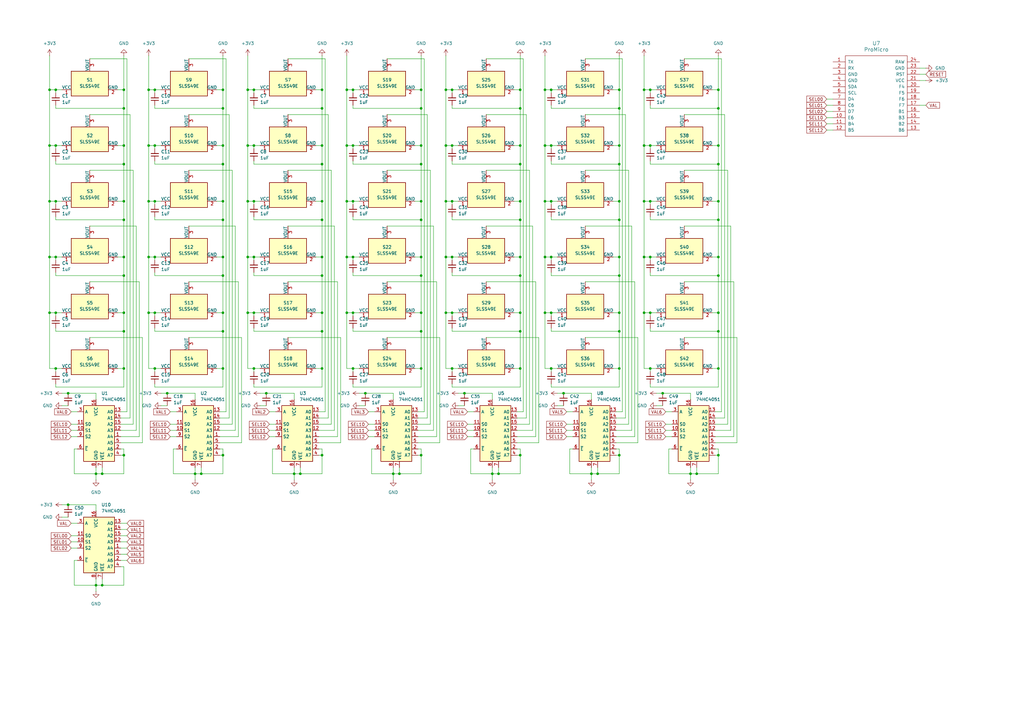
<source format=kicad_sch>
(kicad_sch (version 20231120) (generator "eeschema") (generator_version "8.0")
  (paper "A3")
  (junction (at 104.14 105.41))
  (junction (at 39.37 240.03))
  (junction (at 142.24 82.55))
  (junction (at 22.86 82.55))
  (junction (at 185.42 105.41))
  (junction (at 172.72 128.27))
  (junction (at 27.94 207.01))
  (junction (at 264.16 59.69))
  (junction (at 185.42 151.13))
  (junction (at 254 135.89))
  (junction (at 132.08 36.83))
  (junction (at 185.42 82.55))
  (junction (at 266.7 82.55))
  (junction (at 104.14 59.69))
  (junction (at 285.75 194.31))
  (junction (at 20.32 82.55))
  (junction (at 213.36 36.83))
  (junction (at 104.14 151.13))
  (junction (at 223.52 105.41))
  (junction (at 294.64 67.31))
  (junction (at 254 186.69))
  (junction (at 254 59.69))
  (junction (at 294.64 105.41))
  (junction (at 104.14 128.27))
  (junction (at 264.16 82.55))
  (junction (at 226.06 82.55))
  (junction (at 91.44 105.41))
  (junction (at 120.65 194.31))
  (junction (at 172.72 67.31))
  (junction (at 254 113.03))
  (junction (at 132.08 90.17))
  (junction (at 63.5 128.27))
  (junction (at 213.36 105.41))
  (junction (at 254 44.45))
  (junction (at 172.72 59.69))
  (junction (at 182.88 82.55))
  (junction (at 22.86 59.69))
  (junction (at 91.44 44.45))
  (junction (at 80.01 194.31))
  (junction (at 60.96 82.55))
  (junction (at 50.8 128.27))
  (junction (at 294.64 36.83))
  (junction (at 294.64 151.13))
  (junction (at 271.78 161.29))
  (junction (at 20.32 36.83))
  (junction (at 68.58 161.29))
  (junction (at 82.55 194.31))
  (junction (at 172.72 186.69))
  (junction (at 91.44 113.03))
  (junction (at 91.44 67.31))
  (junction (at 91.44 82.55))
  (junction (at 132.08 105.41))
  (junction (at 91.44 59.69))
  (junction (at 22.86 105.41))
  (junction (at 254 105.41))
  (junction (at 172.72 135.89))
  (junction (at 144.78 36.83))
  (junction (at 231.14 161.29))
  (junction (at 242.57 194.31))
  (junction (at 294.64 44.45))
  (junction (at 22.86 36.83))
  (junction (at 20.32 105.41))
  (junction (at 264.16 36.83))
  (junction (at 27.94 161.29))
  (junction (at 50.8 90.17))
  (junction (at 266.7 36.83))
  (junction (at 185.42 59.69))
  (junction (at 132.08 113.03))
  (junction (at 226.06 59.69))
  (junction (at 142.24 36.83))
  (junction (at 294.64 128.27))
  (junction (at 172.72 82.55))
  (junction (at 245.11 194.31))
  (junction (at 144.78 151.13))
  (junction (at 163.83 194.31))
  (junction (at 50.8 36.83))
  (junction (at 63.5 151.13))
  (junction (at 132.08 135.89))
  (junction (at 172.72 90.17))
  (junction (at 60.96 36.83))
  (junction (at 294.64 186.69))
  (junction (at 161.29 194.31))
  (junction (at 223.52 59.69))
  (junction (at 264.16 128.27))
  (junction (at 172.72 44.45))
  (junction (at 172.72 105.41))
  (junction (at 132.08 44.45))
  (junction (at 142.24 59.69))
  (junction (at 182.88 59.69))
  (junction (at 144.78 82.55))
  (junction (at 50.8 151.13))
  (junction (at 213.36 67.31))
  (junction (at 254 82.55))
  (junction (at 20.32 59.69))
  (junction (at 294.64 135.89))
  (junction (at 101.6 105.41))
  (junction (at 266.7 59.69))
  (junction (at 213.36 82.55))
  (junction (at 185.42 36.83))
  (junction (at 226.06 36.83))
  (junction (at 149.86 161.29))
  (junction (at 91.44 135.89))
  (junction (at 60.96 105.41))
  (junction (at 132.08 59.69))
  (junction (at 266.7 151.13))
  (junction (at 41.91 194.31))
  (junction (at 223.52 36.83))
  (junction (at 283.21 194.31))
  (junction (at 91.44 128.27))
  (junction (at 101.6 36.83))
  (junction (at 142.24 105.41))
  (junction (at 172.72 113.03))
  (junction (at 22.86 151.13))
  (junction (at 50.8 82.55))
  (junction (at 91.44 151.13))
  (junction (at 213.36 44.45))
  (junction (at 294.64 82.55))
  (junction (at 294.64 113.03))
  (junction (at 144.78 59.69))
  (junction (at 172.72 151.13))
  (junction (at 41.91 240.03))
  (junction (at 226.06 128.27))
  (junction (at 254 67.31))
  (junction (at 101.6 82.55))
  (junction (at 226.06 151.13))
  (junction (at 190.5 161.29))
  (junction (at 132.08 82.55))
  (junction (at 63.5 82.55))
  (junction (at 182.88 36.83))
  (junction (at 213.36 186.69))
  (junction (at 50.8 113.03))
  (junction (at 63.5 36.83))
  (junction (at 264.16 105.41))
  (junction (at 182.88 128.27))
  (junction (at 254 90.17))
  (junction (at 144.78 128.27))
  (junction (at 39.37 194.31))
  (junction (at 91.44 186.69))
  (junction (at 204.47 194.31))
  (junction (at 213.36 113.03))
  (junction (at 213.36 151.13))
  (junction (at 223.52 82.55))
  (junction (at 144.78 105.41))
  (junction (at 91.44 90.17))
  (junction (at 201.93 194.31))
  (junction (at 132.08 151.13))
  (junction (at 142.24 128.27))
  (junction (at 60.96 128.27))
  (junction (at 50.8 186.69))
  (junction (at 63.5 59.69))
  (junction (at 172.72 36.83))
  (junction (at 254 128.27))
  (junction (at 213.36 128.27))
  (junction (at 22.86 128.27))
  (junction (at 60.96 59.69))
  (junction (at 266.7 105.41))
  (junction (at 50.8 67.31))
  (junction (at 254 36.83))
  (junction (at 213.36 59.69))
  (junction (at 266.7 128.27))
  (junction (at 101.6 59.69))
  (junction (at 223.52 128.27))
  (junction (at 50.8 135.89))
  (junction (at 109.22 161.29))
  (junction (at 132.08 128.27))
  (junction (at 101.6 128.27))
  (junction (at 50.8 59.69))
  (junction (at 50.8 105.41))
  (junction (at 294.64 90.17))
  (junction (at 213.36 90.17))
  (junction (at 63.5 105.41))
  (junction (at 91.44 36.83))
  (junction (at 20.32 128.27))
  (junction (at 104.14 36.83))
  (junction (at 132.08 186.69))
  (junction (at 182.88 105.41))
  (junction (at 123.19 194.31))
  (junction (at 254 151.13))
  (junction (at 185.42 128.27))
  (junction (at 226.06 105.41))
  (junction (at 132.08 67.31))
  (junction (at 213.36 135.89))
  (junction (at 104.14 82.55))
  (junction (at 294.64 59.69))
  (junction (at 50.8 44.45))
  (wire (pts (xy 101.6 36.83) (xy 101.6 59.69)))
  (wire (pts (xy 226.06 135.89) (xy 226.06 134.62)))
  (wire (pts (xy 175.26 171.45) (xy 171.45 171.45)))
  (wire (pts (xy 39.37 194.31) (xy 39.37 196.85)))
  (wire (pts (xy 264.16 36.83) (xy 264.16 59.69)))
  (wire (pts (xy 144.78 135.89) (xy 144.78 134.62)))
  (wire (pts (xy 104.14 128.27) (xy 106.68 128.27)))
  (wire (pts (xy 339.09 50.8) (xy 341.63 50.8)))
  (wire (pts (xy 39.37 191.77) (xy 39.37 194.31)))
  (wire (pts (xy 172.72 194.31) (xy 163.83 194.31)))
  (wire (pts (xy 22.86 38.1) (xy 22.86 36.83)))
  (wire (pts (xy 39.37 240.03) (xy 39.37 242.57)))
  (wire (pts (xy 129.54 151.13) (xy 132.08 151.13)))
  (wire (pts (xy 27.94 161.29) (xy 39.37 161.29)))
  (wire (pts (xy 240.03 46.99) (xy 256.54 46.99)))
  (wire (pts (xy 60.96 82.55) (xy 60.96 105.41)))
  (wire (pts (xy 266.7 157.48) (xy 266.7 158.75)))
  (wire (pts (xy 185.42 90.17) (xy 213.36 90.17)))
  (wire (pts (xy 219.71 179.07) (xy 212.09 179.07)))
  (wire (pts (xy 242.57 161.29) (xy 242.57 163.83)))
  (wire (pts (xy 226.06 44.45) (xy 226.06 43.18)))
  (wire (pts (xy 185.42 158.75) (xy 213.36 158.75)))
  (wire (pts (xy 104.14 135.89) (xy 132.08 135.89)))
  (wire (pts (xy 88.9 105.41) (xy 91.44 105.41)))
  (wire (pts (xy 50.8 105.41) (xy 50.8 113.03)))
  (wire (pts (xy 152.4 184.15) (xy 153.67 184.15)))
  (wire (pts (xy 242.57 194.31) (xy 242.57 196.85)))
  (wire (pts (xy 294.64 186.69) (xy 293.37 186.69)))
  (wire (pts (xy 144.78 111.76) (xy 144.78 113.03)))
  (wire (pts (xy 30.48 184.15) (xy 31.75 184.15)))
  (wire (pts (xy 111.76 194.31) (xy 111.76 184.15)))
  (wire (pts (xy 66.04 161.29) (xy 68.58 161.29)))
  (wire (pts (xy 144.78 83.82) (xy 144.78 82.55)))
  (wire (pts (xy 63.5 105.41) (xy 60.96 105.41)))
  (wire (pts (xy 185.42 128.27) (xy 187.96 128.27)))
  (wire (pts (xy 187.96 105.41) (xy 185.42 105.41)))
  (wire (pts (xy 223.52 36.83) (xy 226.06 36.83)))
  (wire (pts (xy 90.17 186.69) (xy 91.44 186.69)))
  (wire (pts (xy 187.96 151.13) (xy 185.42 151.13)))
  (wire (pts (xy 104.14 90.17) (xy 132.08 90.17)))
  (wire (pts (xy 22.86 151.13) (xy 22.86 152.4)))
  (wire (pts (xy 294.64 90.17) (xy 294.64 105.41)))
  (wire (pts (xy 191.77 176.53) (xy 194.31 176.53)))
  (wire (pts (xy 152.4 194.31) (xy 152.4 184.15)))
  (wire (pts (xy 254 194.31) (xy 245.11 194.31)))
  (wire (pts (xy 60.96 36.83) (xy 60.96 59.69)))
  (wire (pts (xy 29.21 173.99) (xy 31.75 173.99)))
  (wire (pts (xy 96.52 92.71) (xy 96.52 176.53)))
  (wire (pts (xy 273.05 173.99) (xy 275.59 173.99)))
  (wire (pts (xy 266.7 105.41) (xy 266.7 106.68)))
  (wire (pts (xy 22.86 66.04) (xy 22.86 67.31)))
  (wire (pts (xy 259.08 176.53) (xy 252.73 176.53)))
  (wire (pts (xy 63.5 135.89) (xy 91.44 135.89)))
  (wire (pts (xy 294.64 151.13) (xy 294.64 158.75)))
  (wire (pts (xy 93.98 171.45) (xy 90.17 171.45)))
  (wire (pts (xy 104.14 135.89) (xy 104.14 134.62)))
  (wire (pts (xy 191.77 179.07) (xy 194.31 179.07)))
  (wire (pts (xy 132.08 113.03) (xy 132.08 128.27)))
  (wire (pts (xy 232.41 168.91) (xy 234.95 168.91)))
  (wire (pts (xy 55.88 92.71) (xy 55.88 176.53)))
  (wire (pts (xy 266.7 66.04) (xy 266.7 67.31)))
  (wire (pts (xy 132.08 22.86) (xy 132.08 36.83)))
  (wire (pts (xy 144.78 105.41) (xy 142.24 105.41)))
  (wire (pts (xy 251.46 105.41) (xy 254 105.41)))
  (wire (pts (xy 92.71 168.91) (xy 90.17 168.91)))
  (wire (pts (xy 132.08 90.17) (xy 132.08 105.41)))
  (wire (pts (xy 266.7 59.69) (xy 264.16 59.69)))
  (wire (pts (xy 339.09 43.18) (xy 341.63 43.18)))
  (wire (pts (xy 226.06 82.55) (xy 228.6 82.55)))
  (wire (pts (xy 52.07 168.91) (xy 49.53 168.91)))
  (wire (pts (xy 158.75 138.43) (xy 180.34 138.43)))
  (wire (pts (xy 185.42 113.03) (xy 213.36 113.03)))
  (wire (pts (xy 66.04 59.69) (xy 63.5 59.69)))
  (wire (pts (xy 213.36 186.69) (xy 213.36 194.31)))
  (wire (pts (xy 283.21 161.29) (xy 283.21 163.83)))
  (wire (pts (xy 260.35 115.57) (xy 260.35 179.07)))
  (wire (pts (xy 210.82 105.41) (xy 213.36 105.41)))
  (wire (pts (xy 274.32 184.15) (xy 275.59 184.15)))
  (wire (pts (xy 106.68 166.37) (xy 109.22 166.37)))
  (wire (pts (xy 29.21 179.07) (xy 31.75 179.07)))
  (wire (pts (xy 91.44 90.17) (xy 91.44 105.41)))
  (wire (pts (xy 201.93 161.29) (xy 201.93 163.83)))
  (wire (pts (xy 60.96 22.86) (xy 60.96 36.83)))
  (wire (pts (xy 88.9 59.69) (xy 91.44 59.69)))
  (wire (pts (xy 182.88 36.83) (xy 185.42 36.83)))
  (wire (pts (xy 240.03 138.43) (xy 261.62 138.43)))
  (wire (pts (xy 144.78 44.45) (xy 172.72 44.45)))
  (wire (pts (xy 299.72 176.53) (xy 293.37 176.53)))
  (wire (pts (xy 260.35 179.07) (xy 252.73 179.07)))
  (wire (pts (xy 132.08 184.15) (xy 132.08 186.69)))
  (wire (pts (xy 144.78 59.69) (xy 142.24 59.69)))
  (wire (pts (xy 293.37 184.15) (xy 294.64 184.15)))
  (wire (pts (xy 120.65 191.77) (xy 120.65 194.31)))
  (wire (pts (xy 82.55 194.31) (xy 80.01 194.31)))
  (wire (pts (xy 101.6 36.83) (xy 104.14 36.83)))
  (wire (pts (xy 233.68 194.31) (xy 242.57 194.31)))
  (wire (pts (xy 213.36 186.69) (xy 212.09 186.69)))
  (wire (pts (xy 212.09 184.15) (xy 213.36 184.15)))
  (wire (pts (xy 269.24 166.37) (xy 271.78 166.37)))
  (wire (pts (xy 106.68 151.13) (xy 104.14 151.13)))
  (wire (pts (xy 213.36 67.31) (xy 213.36 82.55)))
  (wire (pts (xy 142.24 128.27) (xy 142.24 151.13)))
  (wire (pts (xy 257.81 69.85) (xy 257.81 173.99)))
  (wire (pts (xy 254 67.31) (xy 254 82.55)))
  (wire (pts (xy 142.24 128.27) (xy 144.78 128.27)))
  (wire (pts (xy 254 186.69) (xy 254 194.31)))
  (wire (pts (xy 172.72 186.69) (xy 172.72 194.31)))
  (wire (pts (xy 99.06 138.43) (xy 99.06 181.61)))
  (wire (pts (xy 266.7 129.54) (xy 266.7 128.27)))
  (wire (pts (xy 132.08 82.55) (xy 132.08 90.17)))
  (wire (pts (xy 142.24 82.55) (xy 144.78 82.55)))
  (wire (pts (xy 294.64 186.69) (xy 294.64 194.31)))
  (wire (pts (xy 283.21 194.31) (xy 283.21 196.85)))
  (wire (pts (xy 182.88 128.27) (xy 182.88 151.13)))
  (wire (pts (xy 22.86 59.69) (xy 20.32 59.69)))
  (wire (pts (xy 39.37 237.49) (xy 39.37 240.03)))
  (wire (pts (xy 135.89 69.85) (xy 135.89 173.99)))
  (wire (pts (xy 273.05 176.53) (xy 275.59 176.53)))
  (wire (pts (xy 187.96 166.37) (xy 190.5 166.37)))
  (wire (pts (xy 261.62 138.43) (xy 261.62 181.61)))
  (wire (pts (xy 339.09 45.72) (xy 341.63 45.72)))
  (wire (pts (xy 185.42 38.1) (xy 185.42 36.83)))
  (wire (pts (xy 228.6 161.29) (xy 231.14 161.29)))
  (wire (pts (xy 158.75 46.99) (xy 175.26 46.99)))
  (wire (pts (xy 101.6 105.41) (xy 101.6 128.27)))
  (wire (pts (xy 101.6 128.27) (xy 104.14 128.27)))
  (wire (pts (xy 185.42 135.89) (xy 185.42 134.62)))
  (wire (pts (xy 132.08 36.83) (xy 132.08 44.45)))
  (wire (pts (xy 36.83 24.13) (xy 52.07 24.13)))
  (wire (pts (xy 104.14 157.48) (xy 104.14 158.75)))
  (wire (pts (xy 110.49 179.07) (xy 113.03 179.07)))
  (wire (pts (xy 60.96 59.69) (xy 60.96 82.55)))
  (wire (pts (xy 36.83 69.85) (xy 54.61 69.85)))
  (wire (pts (xy 144.78 67.31) (xy 172.72 67.31)))
  (wire (pts (xy 104.14 151.13) (xy 101.6 151.13)))
  (wire (pts (xy 185.42 105.41) (xy 185.42 106.68)))
  (wire (pts (xy 132.08 186.69) (xy 132.08 194.31)))
  (wire (pts (xy 144.78 128.27) (xy 147.32 128.27)))
  (wire (pts (xy 104.14 36.83) (xy 106.68 36.83)))
  (wire (pts (xy 158.75 115.57) (xy 179.07 115.57)))
  (wire (pts (xy 95.25 69.85) (xy 95.25 173.99)))
  (wire (pts (xy 252.73 186.69) (xy 254 186.69)))
  (wire (pts (xy 104.14 113.03) (xy 132.08 113.03)))
  (wire (pts (xy 285.75 191.77) (xy 285.75 194.31)))
  (wire (pts (xy 106.68 161.29) (xy 109.22 161.29)))
  (wire (pts (xy 22.86 67.31) (xy 50.8 67.31)))
  (wire (pts (xy 144.78 129.54) (xy 144.78 128.27)))
  (wire (pts (xy 298.45 173.99) (xy 293.37 173.99)))
  (wire (pts (xy 50.8 22.86) (xy 50.8 36.83)))
  (wire (pts (xy 71.12 194.31) (xy 71.12 184.15)))
  (wire (pts (xy 161.29 191.77) (xy 161.29 194.31)))
  (wire (pts (xy 144.78 151.13) (xy 142.24 151.13)))
  (wire (pts (xy 50.8 128.27) (xy 50.8 135.89)))
  (wire (pts (xy 255.27 24.13) (xy 255.27 168.91)))
  (wire (pts (xy 20.32 59.69) (xy 20.32 82.55)))
  (wire (pts (xy 223.52 82.55) (xy 226.06 82.55)))
  (wire (pts (xy 91.44 135.89) (xy 91.44 151.13)))
  (wire (pts (xy 294.64 67.31) (xy 294.64 82.55)))
  (wire (pts (xy 25.4 207.01) (xy 27.94 207.01)))
  (wire (pts (xy 172.72 113.03) (xy 172.72 128.27)))
  (wire (pts (xy 285.75 194.31) (xy 294.64 194.31)))
  (wire (pts (xy 152.4 194.31) (xy 161.29 194.31)))
  (wire (pts (xy 137.16 176.53) (xy 130.81 176.53)))
  (wire (pts (xy 226.06 67.31) (xy 254 67.31)))
  (wire (pts (xy 142.24 59.69) (xy 142.24 82.55)))
  (wire (pts (xy 185.42 59.69) (xy 185.42 60.96)))
  (wire (pts (xy 254 128.27) (xy 254 135.89)))
  (wire (pts (xy 223.52 36.83) (xy 223.52 59.69)))
  (wire (pts (xy 213.36 151.13) (xy 213.36 158.75)))
  (wire (pts (xy 264.16 36.83) (xy 266.7 36.83)))
  (wire (pts (xy 69.85 173.99) (xy 72.39 173.99)))
  (wire (pts (xy 264.16 128.27) (xy 266.7 128.27)))
  (wire (pts (xy 185.42 151.13) (xy 182.88 151.13)))
  (wire (pts (xy 129.54 105.41) (xy 132.08 105.41)))
  (wire (pts (xy 182.88 59.69) (xy 182.88 82.55)))
  (wire (pts (xy 58.42 181.61) (xy 49.53 181.61)))
  (wire (pts (xy 49.53 171.45) (xy 53.34 171.45)))
  (wire (pts (xy 226.06 66.04) (xy 226.06 67.31)))
  (wire (pts (xy 49.53 224.79) (xy 52.07 224.79)))
  (wire (pts (xy 172.72 59.69) (xy 172.72 67.31)))
  (wire (pts (xy 292.1 36.83) (xy 294.64 36.83)))
  (wire (pts (xy 91.44 44.45) (xy 91.44 59.69)))
  (wire (pts (xy 104.14 66.04) (xy 104.14 67.31)))
  (wire (pts (xy 90.17 184.15) (xy 91.44 184.15)))
  (wire (pts (xy 193.04 194.31) (xy 193.04 184.15)))
  (wire (pts (xy 297.18 46.99) (xy 297.18 171.45)))
  (wire (pts (xy 22.86 90.17) (xy 22.86 88.9)))
  (wire (pts (xy 110.49 173.99) (xy 113.03 173.99)))
  (wire (pts (xy 22.86 151.13) (xy 20.32 151.13)))
  (wire (pts (xy 266.7 36.83) (xy 269.24 36.83)))
  (wire (pts (xy 123.19 191.77) (xy 123.19 194.31)))
  (wire (pts (xy 223.52 82.55) (xy 223.52 105.41)))
  (wire (pts (xy 294.64 82.55) (xy 294.64 90.17)))
  (wire (pts (xy 191.77 173.99) (xy 194.31 173.99)))
  (wire (pts (xy 213.36 36.83) (xy 213.36 44.45)))
  (wire (pts (xy 129.54 36.83) (xy 132.08 36.83)))
  (wire (pts (xy 50.8 82.55) (xy 50.8 90.17)))
  (wire (pts (xy 104.14 38.1) (xy 104.14 36.83)))
  (wire (pts (xy 69.85 179.07) (xy 72.39 179.07)))
  (wire (pts (xy 173.99 168.91) (xy 171.45 168.91)))
  (wire (pts (xy 25.4 212.09) (xy 27.94 212.09)))
  (wire (pts (xy 259.08 92.71) (xy 259.08 176.53)))
  (wire (pts (xy 54.61 69.85) (xy 54.61 173.99)))
  (wire (pts (xy 293.37 171.45) (xy 297.18 171.45)))
  (wire (pts (xy 264.16 82.55) (xy 266.7 82.55)))
  (wire (pts (xy 172.72 151.13) (xy 172.72 158.75)))
  (wire (pts (xy 135.89 173.99) (xy 130.81 173.99)))
  (wire (pts (xy 63.5 158.75) (xy 91.44 158.75)))
  (wire (pts (xy 185.42 59.69) (xy 182.88 59.69)))
  (wire (pts (xy 142.24 82.55) (xy 142.24 105.41)))
  (wire (pts (xy 251.46 82.55) (xy 254 82.55)))
  (wire (pts (xy 217.17 173.99) (xy 212.09 173.99)))
  (wire (pts (xy 39.37 209.55) (xy 39.37 207.01)))
  (wire (pts (xy 254 184.15) (xy 254 186.69)))
  (wire (pts (xy 377.19 33.02) (xy 379.73 33.02)))
  (wire (pts (xy 129.54 128.27) (xy 132.08 128.27)))
  (wire (pts (xy 339.09 48.26) (xy 341.63 48.26)))
  (wire (pts (xy 48.26 128.27) (xy 50.8 128.27)))
  (wire (pts (xy 20.32 82.55) (xy 20.32 105.41)))
  (wire (pts (xy 172.72 44.45) (xy 172.72 59.69)))
  (wire (pts (xy 177.8 92.71) (xy 177.8 176.53)))
  (wire (pts (xy 104.14 151.13) (xy 104.14 152.4)))
  (wire (pts (xy 264.16 128.27) (xy 264.16 151.13)))
  (wire (pts (xy 63.5 44.45) (xy 63.5 43.18)))
  (wire (pts (xy 30.48 194.31) (xy 39.37 194.31)))
  (wire (pts (xy 176.53 173.99) (xy 171.45 173.99)))
  (wire (pts (xy 255.27 168.91) (xy 252.73 168.91)))
  (wire (pts (xy 144.78 90.17) (xy 172.72 90.17)))
  (wire (pts (xy 50.8 232.41) (xy 49.53 232.41)))
  (wire (pts (xy 63.5 59.69) (xy 63.5 60.96)))
  (wire (pts (xy 266.7 158.75) (xy 294.64 158.75)))
  (wire (pts (xy 266.7 151.13) (xy 264.16 151.13)))
  (wire (pts (xy 226.06 90.17) (xy 254 90.17)))
  (wire (pts (xy 49.53 217.17) (xy 52.07 217.17)))
  (wire (pts (xy 99.06 181.61) (xy 90.17 181.61)))
  (wire (pts (xy 199.39 92.71) (xy 218.44 92.71)))
  (wire (pts (xy 50.8 67.31) (xy 50.8 82.55)))
  (wire (pts (xy 132.08 105.41) (xy 132.08 113.03)))
  (wire (pts (xy 80.01 191.77) (xy 80.01 194.31)))
  (wire (pts (xy 280.67 138.43) (xy 302.26 138.43)))
  (wire (pts (xy 158.75 24.13) (xy 173.99 24.13)))
  (wire (pts (xy 161.29 161.29) (xy 161.29 163.83)))
  (wire (pts (xy 144.78 158.75) (xy 172.72 158.75)))
  (wire (pts (xy 213.36 184.15) (xy 213.36 186.69)))
  (wire (pts (xy 25.4 161.29) (xy 27.94 161.29)))
  (wire (pts (xy 50.8 232.41) (xy 50.8 240.03)))
  (wire (pts (xy 172.72 90.17) (xy 172.72 105.41)))
  (wire (pts (xy 161.29 194.31) (xy 161.29 196.85)))
  (wire (pts (xy 226.06 38.1) (xy 226.06 36.83)))
  (wire (pts (xy 223.52 22.86) (xy 223.52 36.83)))
  (wire (pts (xy 251.46 128.27) (xy 254 128.27)))
  (wire (pts (xy 300.99 115.57) (xy 300.99 179.07)))
  (wire (pts (xy 213.36 44.45) (xy 213.36 59.69)))
  (wire (pts (xy 63.5 38.1) (xy 63.5 36.83)))
  (wire (pts (xy 142.24 105.41) (xy 142.24 128.27)))
  (wire (pts (xy 63.5 82.55) (xy 66.04 82.55)))
  (wire (pts (xy 185.42 67.31) (xy 213.36 67.31)))
  (wire (pts (xy 151.13 176.53) (xy 153.67 176.53)))
  (wire (pts (xy 118.11 92.71) (xy 137.16 92.71)))
  (wire (pts (xy 50.8 36.83) (xy 50.8 44.45)))
  (wire (pts (xy 171.45 186.69) (xy 172.72 186.69)))
  (wire (pts (xy 60.96 105.41) (xy 60.96 128.27)))
  (wire (pts (xy 226.06 105.41) (xy 226.06 106.68)))
  (wire (pts (xy 104.14 90.17) (xy 104.14 88.9)))
  (wire (pts (xy 273.05 168.91) (xy 275.59 168.91)))
  (wire (pts (xy 93.98 46.99) (xy 93.98 171.45)))
  (wire (pts (xy 50.8 135.89) (xy 50.8 151.13)))
  (wire (pts (xy 245.11 194.31) (xy 242.57 194.31)))
  (wire (pts (xy 302.26 138.43) (xy 302.26 181.61)))
  (wire (pts (xy 22.86 157.48) (xy 22.86 158.75)))
  (wire (pts (xy 25.4 151.13) (xy 22.86 151.13)))
  (wire (pts (xy 118.11 138.43) (xy 139.7 138.43)))
  (wire (pts (xy 49.53 184.15) (xy 50.8 184.15)))
  (wire (pts (xy 151.13 168.91) (xy 153.67 168.91)))
  (wire (pts (xy 104.14 105.41) (xy 101.6 105.41)))
  (wire (pts (xy 147.32 166.37) (xy 149.86 166.37)))
  (wire (pts (xy 55.88 176.53) (xy 49.53 176.53)))
  (wire (pts (xy 50.8 90.17) (xy 50.8 105.41)))
  (wire (pts (xy 41.91 191.77) (xy 41.91 194.31)))
  (wire (pts (xy 104.14 82.55) (xy 106.68 82.55)))
  (wire (pts (xy 63.5 113.03) (xy 91.44 113.03)))
  (wire (pts (xy 80.01 161.29) (xy 80.01 163.83)))
  (wire (pts (xy 228.6 166.37) (xy 231.14 166.37)))
  (wire (pts (xy 50.8 44.45) (xy 50.8 59.69)))
  (wire (pts (xy 280.67 115.57) (xy 300.99 115.57)))
  (wire (pts (xy 199.39 115.57) (xy 219.71 115.57)))
  (wire (pts (xy 132.08 151.13) (xy 132.08 158.75)))
  (wire (pts (xy 226.06 83.82) (xy 226.06 82.55)))
  (wire (pts (xy 144.78 105.41) (xy 144.78 106.68)))
  (wire (pts (xy 129.54 59.69) (xy 132.08 59.69)))
  (wire (pts (xy 182.88 82.55) (xy 182.88 105.41)))
  (wire (pts (xy 63.5 129.54) (xy 63.5 128.27)))
  (wire (pts (xy 91.44 59.69) (xy 91.44 67.31)))
  (wire (pts (xy 41.91 194.31) (xy 50.8 194.31)))
  (wire (pts (xy 252.73 184.15) (xy 254 184.15)))
  (wire (pts (xy 240.03 24.13) (xy 255.27 24.13)))
  (wire (pts (xy 104.14 59.69) (xy 101.6 59.69)))
  (wire (pts (xy 240.03 115.57) (xy 260.35 115.57)))
  (wire (pts (xy 242.57 191.77) (xy 242.57 194.31)))
  (wire (pts (xy 273.05 179.07) (xy 275.59 179.07)))
  (wire (pts (xy 123.19 194.31) (xy 120.65 194.31)))
  (wire (pts (xy 185.42 44.45) (xy 213.36 44.45)))
  (wire (pts (xy 118.11 115.57) (xy 138.43 115.57)))
  (wire (pts (xy 377.19 30.48) (xy 379.73 30.48)))
  (wire (pts (xy 185.42 129.54) (xy 185.42 128.27)))
  (wire (pts (xy 254 59.69) (xy 254 67.31)))
  (wire (pts (xy 179.07 115.57) (xy 179.07 179.07)))
  (wire (pts (xy 185.42 157.48) (xy 185.42 158.75)))
  (wire (pts (xy 63.5 83.82) (xy 63.5 82.55)))
  (wire (pts (xy 48.26 105.41) (xy 50.8 105.41)))
  (wire (pts (xy 294.64 44.45) (xy 294.64 59.69)))
  (wire (pts (xy 175.26 46.99) (xy 175.26 171.45)))
  (wire (pts (xy 104.14 158.75) (xy 132.08 158.75)))
  (wire (pts (xy 22.86 44.45) (xy 50.8 44.45)))
  (wire (pts (xy 91.44 151.13) (xy 91.44 158.75)))
  (wire (pts (xy 182.88 22.86) (xy 182.88 36.83)))
  (wire (pts (xy 266.7 44.45) (xy 294.64 44.45)))
  (wire (pts (xy 66.04 166.37) (xy 68.58 166.37)))
  (wire (pts (xy 39.37 161.29) (xy 39.37 163.83)))
  (wire (pts (xy 48.26 59.69) (xy 50.8 59.69)))
  (wire (pts (xy 210.82 151.13) (xy 213.36 151.13)))
  (wire (pts (xy 185.42 44.45) (xy 185.42 43.18)))
  (wire (pts (xy 144.78 135.89) (xy 172.72 135.89)))
  (wire (pts (xy 91.44 22.86) (xy 91.44 36.83)))
  (wire (pts (xy 30.48 240.03) (xy 39.37 240.03)))
  (wire (pts (xy 185.42 151.13) (xy 185.42 152.4)))
  (wire (pts (xy 172.72 105.41) (xy 172.72 113.03)))
  (wire (pts (xy 226.06 36.83) (xy 228.6 36.83)))
  (wire (pts (xy 22.86 113.03) (xy 50.8 113.03)))
  (wire (pts (xy 77.47 24.13) (xy 92.71 24.13)))
  (wire (pts (xy 138.43 179.07) (xy 130.81 179.07)))
  (wire (pts (xy 88.9 82.55) (xy 91.44 82.55)))
  (wire (pts (xy 50.8 113.03) (xy 50.8 128.27)))
  (wire (pts (xy 266.7 82.55) (xy 269.24 82.55)))
  (wire (pts (xy 256.54 171.45) (xy 252.73 171.45)))
  (wire (pts (xy 60.96 36.83) (xy 63.5 36.83)))
  (wire (pts (xy 77.47 115.57) (xy 97.79 115.57)))
  (wire (pts (xy 210.82 59.69) (xy 213.36 59.69)))
  (wire (pts (xy 144.78 59.69) (xy 144.78 60.96)))
  (wire (pts (xy 104.14 44.45) (xy 132.08 44.45)))
  (wire (pts (xy 20.32 22.86) (xy 20.32 36.83)))
  (wire (pts (xy 226.06 105.41) (xy 223.52 105.41)))
  (wire (pts (xy 66.04 151.13) (xy 63.5 151.13)))
  (wire (pts (xy 204.47 194.31) (xy 201.93 194.31)))
  (wire (pts (xy 182.88 105.41) (xy 182.88 128.27)))
  (wire (pts (xy 170.18 105.41) (xy 172.72 105.41)))
  (wire (pts (xy 199.39 24.13) (xy 214.63 24.13)))
  (wire (pts (xy 285.75 194.31) (xy 283.21 194.31)))
  (wire (pts (xy 104.14 44.45) (xy 104.14 43.18)))
  (wire (pts (xy 177.8 176.53) (xy 171.45 176.53)))
  (wire (pts (xy 147.32 59.69) (xy 144.78 59.69)))
  (wire (pts (xy 266.7 113.03) (xy 294.64 113.03)))
  (wire (pts (xy 118.11 46.99) (xy 134.62 46.99)))
  (wire (pts (xy 199.39 46.99) (xy 215.9 46.99)))
  (wire (pts (xy 193.04 184.15) (xy 194.31 184.15)))
  (wire (pts (xy 63.5 67.31) (xy 91.44 67.31)))
  (wire (pts (xy 63.5 66.04) (xy 63.5 67.31)))
  (wire (pts (xy 182.88 36.83) (xy 182.88 59.69)))
  (wire (pts (xy 266.7 67.31) (xy 294.64 67.31)))
  (wire (pts (xy 213.36 59.69) (xy 213.36 67.31)))
  (wire (pts (xy 339.09 53.34) (xy 341.63 53.34)))
  (wire (pts (xy 201.93 194.31) (xy 201.93 196.85)))
  (wire (pts (xy 58.42 138.43) (xy 58.42 181.61)))
  (wire (pts (xy 25.4 166.37) (xy 27.94 166.37)))
  (wire (pts (xy 210.82 36.83) (xy 213.36 36.83)))
  (wire (pts (xy 223.52 59.69) (xy 223.52 82.55)))
  (wire (pts (xy 292.1 59.69) (xy 294.64 59.69)))
  (wire (pts (xy 50.8 240.03) (xy 41.91 240.03)))
  (wire (pts (xy 256.54 46.99) (xy 256.54 171.45)))
  (wire (pts (xy 104.14 59.69) (xy 104.14 60.96)))
  (wire (pts (xy 120.65 161.29) (xy 120.65 163.83)))
  (wire (pts (xy 302.26 181.61) (xy 293.37 181.61)))
  (wire (pts (xy 269.24 151.13) (xy 266.7 151.13)))
  (wire (pts (xy 223.52 128.27) (xy 223.52 151.13)))
  (wire (pts (xy 266.7 151.13) (xy 266.7 152.4)))
  (wire (pts (xy 185.42 105.41) (xy 182.88 105.41)))
  (wire (pts (xy 185.42 36.83) (xy 187.96 36.83)))
  (wire (pts (xy 266.7 90.17) (xy 294.64 90.17)))
  (wire (pts (xy 233.68 194.31) (xy 233.68 184.15)))
  (wire (pts (xy 213.36 22.86) (xy 213.36 36.83)))
  (wire (pts (xy 233.68 184.15) (xy 234.95 184.15)))
  (wire (pts (xy 172.72 22.86) (xy 172.72 36.83)))
  (wire (pts (xy 132.08 135.89) (xy 132.08 151.13)))
  (wire (pts (xy 210.82 82.55) (xy 213.36 82.55)))
  (wire (pts (xy 133.35 168.91) (xy 130.81 168.91)))
  (wire (pts (xy 129.54 82.55) (xy 132.08 82.55)))
  (wire (pts (xy 266.7 38.1) (xy 266.7 36.83)))
  (wire (pts (xy 269.24 161.29) (xy 271.78 161.29)))
  (wire (pts (xy 228.6 105.41) (xy 226.06 105.41)))
  (wire (pts (xy 185.42 82.55) (xy 187.96 82.55)))
  (wire (pts (xy 144.78 36.83) (xy 147.32 36.83)))
  (wire (pts (xy 158.75 69.85) (xy 176.53 69.85)))
  (wire (pts (xy 106.68 105.41) (xy 104.14 105.41)))
  (wire (pts (xy 41.91 240.03) (xy 39.37 240.03)))
  (wire (pts (xy 257.81 173.99) (xy 252.73 173.99)))
  (wire (pts (xy 88.9 36.83) (xy 91.44 36.83)))
  (wire (pts (xy 91.44 82.55) (xy 91.44 90.17)))
  (wire (pts (xy 215.9 46.99) (xy 215.9 171.45)))
  (wire (pts (xy 182.88 128.27) (xy 185.42 128.27)))
  (wire (pts (xy 49.53 222.25) (xy 52.07 222.25)))
  (wire (pts (xy 226.06 59.69) (xy 223.52 59.69)))
  (wire (pts (xy 91.44 194.31) (xy 82.55 194.31)))
  (wire (pts (xy 30.48 194.31) (xy 30.48 184.15)))
  (wire (pts (xy 77.47 69.85) (xy 95.25 69.85)))
  (wire (pts (xy 185.42 111.76) (xy 185.42 113.03)))
  (wire (pts (xy 132.08 186.69) (xy 130.81 186.69)))
  (wire (pts (xy 254 151.13) (xy 254 158.75)))
  (wire (pts (xy 254 105.41) (xy 254 113.03)))
  (wire (pts (xy 22.86 129.54) (xy 22.86 128.27)))
  (wire (pts (xy 217.17 69.85) (xy 217.17 173.99)))
  (wire (pts (xy 274.32 194.31) (xy 274.32 184.15)))
  (wire (pts (xy 63.5 151.13) (xy 60.96 151.13)))
  (wire (pts (xy 170.18 82.55) (xy 172.72 82.55)))
  (wire (pts (xy 232.41 176.53) (xy 234.95 176.53)))
  (wire (pts (xy 295.91 168.91) (xy 293.37 168.91)))
  (wire (pts (xy 95.25 173.99) (xy 90.17 173.99)))
  (wire (pts (xy 226.06 128.27) (xy 228.6 128.27)))
  (wire (pts (xy 264.16 22.86) (xy 264.16 36.83)))
  (wire (pts (xy 71.12 194.31) (xy 80.01 194.31)))
  (wire (pts (xy 254 22.86) (xy 254 36.83)))
  (wire (pts (xy 48.26 36.83) (xy 50.8 36.83)))
  (wire (pts (xy 110.49 176.53) (xy 113.03 176.53)))
  (wire (pts (xy 111.76 184.15) (xy 113.03 184.15)))
  (wire (pts (xy 254 90.17) (xy 254 105.41)))
  (wire (pts (xy 266.7 90.17) (xy 266.7 88.9)))
  (wire (pts (xy 151.13 173.99) (xy 153.67 173.99)))
  (wire (pts (xy 213.36 105.41) (xy 213.36 113.03)))
  (wire (pts (xy 63.5 44.45) (xy 91.44 44.45)))
  (wire (pts (xy 142.24 36.83) (xy 144.78 36.83)))
  (wire (pts (xy 299.72 92.71) (xy 299.72 176.53)))
  (wire (pts (xy 147.32 105.41) (xy 144.78 105.41)))
  (wire (pts (xy 144.78 38.1) (xy 144.78 36.83)))
  (wire (pts (xy 20.32 128.27) (xy 20.32 151.13)))
  (wire (pts (xy 172.72 67.31) (xy 172.72 82.55)))
  (wire (pts (xy 218.44 92.71) (xy 218.44 176.53)))
  (wire (pts (xy 214.63 24.13) (xy 214.63 168.91)))
  (wire (pts (xy 220.98 181.61) (xy 212.09 181.61)))
  (wire (pts (xy 63.5 128.27) (xy 66.04 128.27)))
  (wire (pts (xy 226.06 157.48) (xy 226.06 158.75)))
  (wire (pts (xy 158.75 92.71) (xy 177.8 92.71)))
  (wire (pts (xy 91.44 67.31) (xy 91.44 82.55)))
  (wire (pts (xy 172.72 135.89) (xy 172.72 151.13)))
  (wire (pts (xy 226.06 113.03) (xy 254 113.03)))
  (wire (pts (xy 36.83 115.57) (xy 57.15 115.57)))
  (wire (pts (xy 132.08 59.69) (xy 132.08 67.31)))
  (wire (pts (xy 50.8 59.69) (xy 50.8 67.31)))
  (wire (pts (xy 22.86 135.89) (xy 50.8 135.89)))
  (wire (pts (xy 39.37 207.01) (xy 27.94 207.01)))
  (wire (pts (xy 266.7 111.76) (xy 266.7 113.03)))
  (wire (pts (xy 91.44 36.83) (xy 91.44 44.45)))
  (wire (pts (xy 109.22 161.29) (xy 120.65 161.29)))
  (wire (pts (xy 339.09 40.64) (xy 341.63 40.64)))
  (wire (pts (xy 294.64 36.83) (xy 294.64 44.45)))
  (wire (pts (xy 228.6 151.13) (xy 226.06 151.13)))
  (wire (pts (xy 91.44 113.03) (xy 91.44 128.27)))
  (wire (pts (xy 201.93 191.77) (xy 201.93 194.31)))
  (wire (pts (xy 213.36 113.03) (xy 213.36 128.27)))
  (wire (pts (xy 111.76 194.31) (xy 120.65 194.31)))
  (wire (pts (xy 80.01 194.31) (xy 80.01 196.85)))
  (wire (pts (xy 226.06 135.89) (xy 254 135.89)))
  (wire (pts (xy 269.24 59.69) (xy 266.7 59.69)))
  (wire (pts (xy 22.86 128.27) (xy 25.4 128.27)))
  (wire (pts (xy 170.18 128.27) (xy 172.72 128.27)))
  (wire (pts (xy 226.06 44.45) (xy 254 44.45)))
  (wire (pts (xy 101.6 82.55) (xy 101.6 105.41)))
  (wire (pts (xy 172.72 128.27) (xy 172.72 135.89)))
  (wire (pts (xy 185.42 66.04) (xy 185.42 67.31)))
  (wire (pts (xy 187.96 59.69) (xy 185.42 59.69)))
  (wire (pts (xy 142.24 36.83) (xy 142.24 59.69)))
  (wire (pts (xy 69.85 176.53) (xy 72.39 176.53)))
  (wire (pts (xy 91.44 186.69) (xy 91.44 194.31)))
  (wire (pts (xy 77.47 92.71) (xy 96.52 92.71)))
  (wire (pts (xy 280.67 46.99) (xy 297.18 46.99)))
  (wire (pts (xy 139.7 138.43) (xy 139.7 181.61)))
  (wire (pts (xy 226.06 151.13) (xy 226.06 152.4)))
  (wire (pts (xy 29.21 219.71) (xy 31.75 219.71)))
  (wire (pts (xy 379.73 43.18) (xy 377.19 43.18)))
  (wire (pts (xy 226.06 151.13) (xy 223.52 151.13)))
  (wire (pts (xy 223.52 105.41) (xy 223.52 128.27)))
  (wire (pts (xy 269.24 105.41) (xy 266.7 105.41)))
  (wire (pts (xy 101.6 82.55) (xy 104.14 82.55)))
  (wire (pts (xy 88.9 151.13) (xy 91.44 151.13)))
  (wire (pts (xy 36.83 138.43) (xy 58.42 138.43)))
  (wire (pts (xy 110.49 168.91) (xy 113.03 168.91)))
  (wire (pts (xy 132.08 67.31) (xy 132.08 82.55)))
  (wire (pts (xy 254 36.83) (xy 254 44.45)))
  (wire (pts (xy 266.7 105.41) (xy 264.16 105.41)))
  (wire (pts (xy 151.13 179.07) (xy 153.67 179.07)))
  (wire (pts (xy 104.14 67.31) (xy 132.08 67.31)))
  (wire (pts (xy 280.67 92.71) (xy 299.72 92.71)))
  (wire (pts (xy 29.21 176.53) (xy 31.75 176.53)))
  (wire (pts (xy 22.86 59.69) (xy 22.86 60.96)))
  (wire (pts (xy 25.4 105.41) (xy 22.86 105.41)))
  (wire (pts (xy 214.63 168.91) (xy 212.09 168.91)))
  (wire (pts (xy 144.78 113.03) (xy 172.72 113.03)))
  (wire (pts (xy 185.42 135.89) (xy 213.36 135.89)))
  (wire (pts (xy 266.7 135.89) (xy 266.7 134.62)))
  (wire (pts (xy 213.36 135.89) (xy 213.36 151.13)))
  (wire (pts (xy 25.4 59.69) (xy 22.86 59.69)))
  (wire (pts (xy 82.55 191.77) (xy 82.55 194.31)))
  (wire (pts (xy 144.78 151.13) (xy 144.78 152.4)))
  (wire (pts (xy 264.16 59.69) (xy 264.16 82.55)))
  (wire (pts (xy 144.78 44.45) (xy 144.78 43.18)))
  (wire (pts (xy 228.6 59.69) (xy 226.06 59.69)))
  (wire (pts (xy 30.48 229.87) (xy 30.48 240.03)))
  (wire (pts (xy 170.18 36.83) (xy 172.72 36.83)))
  (wire (pts (xy 41.91 237.49) (xy 41.91 240.03)))
  (wire (pts (xy 292.1 128.27) (xy 294.64 128.27)))
  (wire (pts (xy 280.67 24.13) (xy 295.91 24.13)))
  (wire (pts (xy 294.64 113.03) (xy 294.64 128.27)))
  (wire (pts (xy 240.03 92.71) (xy 259.08 92.71)))
  (wire (pts (xy 144.78 90.17) (xy 144.78 88.9)))
  (wire (pts (xy 298.45 69.85) (xy 298.45 173.99)))
  (wire (pts (xy 20.32 105.41) (xy 20.32 128.27)))
  (wire (pts (xy 63.5 111.76) (xy 63.5 113.03)))
  (wire (pts (xy 22.86 111.76) (xy 22.86 113.03)))
  (wire (pts (xy 251.46 36.83) (xy 254 36.83)))
  (wire (pts (xy 49.53 227.33) (xy 52.07 227.33)))
  (wire (pts (xy 130.81 171.45) (xy 134.62 171.45)))
  (wire (pts (xy 219.71 115.57) (xy 219.71 179.07)))
  (wire (pts (xy 63.5 105.41) (xy 63.5 106.68)))
  (wire (pts (xy 68.58 161.29) (xy 80.01 161.29)))
  (wire (pts (xy 300.99 179.07) (xy 293.37 179.07)))
  (wire (pts (xy 180.34 181.61) (xy 171.45 181.61)))
  (wire (pts (xy 22.86 105.41) (xy 22.86 106.68)))
  (wire (pts (xy 176.53 69.85) (xy 176.53 173.99)))
  (wire (pts (xy 213.36 90.17) (xy 213.36 105.41)))
  (wire (pts (xy 171.45 184.15) (xy 172.72 184.15)))
  (wire (pts (xy 226.06 158.75) (xy 254 158.75)))
  (wire (pts (xy 294.64 184.15) (xy 294.64 186.69)))
  (wire (pts (xy 104.14 129.54) (xy 104.14 128.27)))
  (wire (pts (xy 22.86 158.75) (xy 50.8 158.75)))
  (wire (pts (xy 261.62 181.61) (xy 252.73 181.61)))
  (wire (pts (xy 63.5 157.48) (xy 63.5 158.75)))
  (wire (pts (xy 104.14 111.76) (xy 104.14 113.03)))
  (wire (pts (xy 22.86 36.83) (xy 25.4 36.83)))
  (wire (pts (xy 123.19 194.31) (xy 132.08 194.31)))
  (wire (pts (xy 48.26 151.13) (xy 50.8 151.13)))
  (wire (pts (xy 142.24 22.86) (xy 142.24 36.83)))
  (wire (pts (xy 210.82 128.27) (xy 213.36 128.27)))
  (wire (pts (xy 106.68 59.69) (xy 104.14 59.69)))
  (wire (pts (xy 226.06 129.54) (xy 226.06 128.27)))
  (wire (pts (xy 226.06 111.76) (xy 226.06 113.03)))
  (wire (pts (xy 36.83 92.71) (xy 55.88 92.71)))
  (wire (pts (xy 231.14 161.29) (xy 242.57 161.29)))
  (wire (pts (xy 29.21 222.25) (xy 31.75 222.25)))
  (wire (pts (xy 144.78 157.48) (xy 144.78 158.75)))
  (wire (pts (xy 251.46 151.13) (xy 254 151.13)))
  (wire (pts (xy 63.5 90.17) (xy 91.44 90.17)))
  (wire (pts (xy 204.47 194.31) (xy 213.36 194.31)))
  (wire (pts (xy 104.14 83.82) (xy 104.14 82.55)))
  (wire (pts (xy 173.99 24.13) (xy 173.99 168.91)))
  (wire (pts (xy 133.35 24.13) (xy 133.35 168.91)))
  (wire (pts (xy 292.1 151.13) (xy 294.64 151.13)))
  (wire (pts (xy 187.96 161.29) (xy 190.5 161.29)))
  (wire (pts (xy 60.96 82.55) (xy 63.5 82.55)))
  (wire (pts (xy 36.83 46.99) (xy 53.34 46.99)))
  (wire (pts (xy 20.32 128.27) (xy 22.86 128.27)))
  (wire (pts (xy 52.07 24.13) (xy 52.07 168.91)))
  (wire (pts (xy 29.21 214.63) (xy 31.75 214.63)))
  (wire (pts (xy 69.85 168.91) (xy 72.39 168.91)))
  (wire (pts (xy 226.06 59.69) (xy 226.06 60.96)))
  (wire (pts (xy 204.47 191.77) (xy 204.47 194.31)))
  (wire (pts (xy 212.09 171.45) (xy 215.9 171.45)))
  (wire (pts (xy 223.52 128.27) (xy 226.06 128.27)))
  (wire (pts (xy 20.32 82.55) (xy 22.86 82.55)))
  (wire (pts (xy 213.36 82.55) (xy 213.36 90.17)))
  (wire (pts (xy 232.41 179.07) (xy 234.95 179.07)))
  (wire (pts (xy 22.86 135.89) (xy 22.86 134.62)))
  (wire (pts (xy 182.88 82.55) (xy 185.42 82.55)))
  (wire (pts (xy 49.53 214.63) (xy 52.07 214.63)))
  (wire (pts (xy 57.15 115.57) (xy 57.15 179.07)))
  (wire (pts (xy 295.91 24.13) (xy 295.91 168.91)))
  (wire (pts (xy 170.18 151.13) (xy 172.72 151.13)))
  (wire (pts (xy 63.5 36.83) (xy 66.04 36.83)))
  (wire (pts (xy 266.7 59.69) (xy 266.7 60.96)))
  (wire (pts (xy 63.5 135.89) (xy 63.5 134.62)))
  (wire (pts (xy 264.16 82.55) (xy 264.16 105.41)))
  (wire (pts (xy 92.71 24.13) (xy 92.71 168.91)))
  (wire (pts (xy 185.42 90.17) (xy 185.42 88.9)))
  (wire (pts (xy 137.16 92.71) (xy 137.16 176.53)))
  (wire (pts (xy 50.8 184.15) (xy 50.8 186.69)))
  (wire (pts (xy 266.7 44.45) (xy 266.7 43.18)))
  (wire (pts (xy 91.44 128.27) (xy 91.44 135.89)))
  (wire (pts (xy 271.78 161.29) (xy 283.21 161.29)))
  (wire (pts (xy 101.6 22.86) (xy 101.6 36.83)))
  (wire (pts (xy 101.6 128.27) (xy 101.6 151.13)))
  (wire (pts (xy 149.86 161.29) (xy 161.29 161.29)))
  (wire (pts (xy 220.98 138.43) (xy 220.98 181.61)))
  (wire (pts (xy 118.11 24.13) (xy 133.35 24.13)))
  (wire (pts (xy 60.96 128.27) (xy 63.5 128.27)))
  (wire (pts (xy 283.21 191.77) (xy 283.21 194.31)))
  (wire (pts (xy 266.7 128.27) (xy 269.24 128.27)))
  (wire (pts (xy 254 44.45) (xy 254 59.69)))
  (wire (pts (xy 29.21 224.79) (xy 31.75 224.79)))
  (wire (pts (xy 280.67 69.85) (xy 298.45 69.85)))
  (wire (pts (xy 48.26 82.55) (xy 50.8 82.55)))
  (wire (pts (xy 63.5 151.13) (xy 63.5 152.4)))
  (wire (pts (xy 22.86 90.17) (xy 50.8 90.17)))
  (wire (pts (xy 30.48 229.87) (xy 31.75 229.87)))
  (wire (pts (xy 147.32 151.13) (xy 144.78 151.13)))
  (wire (pts (xy 144.78 66.04) (xy 144.78 67.31)))
  (wire (pts (xy 71.12 184.15) (xy 72.39 184.15)))
  (wire (pts (xy 264.16 105.41) (xy 264.16 128.27)))
  (wire (pts (xy 50.8 151.13) (xy 50.8 158.75)))
  (wire (pts (xy 377.19 27.94) (xy 379.73 27.94)))
  (wire (pts (xy 41.91 194.31) (xy 39.37 194.31)))
  (wire (pts (xy 180.34 138.43) (xy 180.34 181.61)))
  (wire (pts (xy 147.32 161.29) (xy 149.86 161.29)))
  (wire (pts (xy 49.53 219.71) (xy 52.07 219.71)))
  (wire (pts (xy 185.42 83.82) (xy 185.42 82.55)))
  (wire (pts (xy 50.8 186.69) (xy 50.8 194.31)))
  (wire (pts (xy 77.47 46.99) (xy 93.98 46.99)))
  (wire (pts (xy 294.64 59.69) (xy 294.64 67.31)))
  (wire (pts (xy 163.83 194.31) (xy 161.29 194.31)))
  (wire (pts (xy 29.21 168.91) (xy 31.75 168.91)))
  (wire (pts (xy 118.11 69.85) (xy 135.89 69.85)))
  (wire (pts (xy 172.72 36.83) (xy 172.72 44.45)))
  (wire (pts (xy 292.1 105.41) (xy 294.64 105.41)))
  (wire (pts (xy 172.72 82.55) (xy 172.72 90.17)))
  (wire (pts (xy 163.83 191.77) (xy 163.83 194.31)))
  (wire (pts (xy 63.5 90.17) (xy 63.5 88.9)))
  (wire (pts (xy 232.41 173.99) (xy 234.95 173.99)))
  (wire (pts (xy 190.5 161.29) (xy 201.93 161.29)))
  (wire (pts (xy 22.86 82.55) (xy 25.4 82.55)))
  (wire (pts (xy 120.65 194.31) (xy 120.65 196.85)))
  (wire (pts (xy 240.03 69.85) (xy 257.81 69.85)))
  (wire (pts (xy 101.6 59.69) (xy 101.6 82.55)))
  (wire (pts (xy 170.18 59.69) (xy 172.72 59.69)))
  (wire (pts (xy 172.72 184.15) (xy 172.72 186.69)))
  (wire (pts (xy 251.46 59.69) (xy 254 59.69)))
  (wire (pts (xy 138.43 115.57) (xy 138.43 179.07)))
  (wire (pts (xy 22.86 83.82) (xy 22.86 82.55)))
  (wire (pts (xy 134.62 46.99) (xy 134.62 171.45)))
  (wire (pts (xy 266.7 135.89) (xy 294.64 135.89)))
  (wire (pts (xy 22.86 105.41) (xy 20.32 105.41)))
  (wire (pts (xy 97.79 115.57) (xy 97.79 179.07)))
  (wire (pts (xy 294.64 105.41) (xy 294.64 113.03)))
  (wire (pts (xy 96.52 176.53) (xy 90.17 176.53)))
  (wire (pts (xy 144.78 82.55) (xy 147.32 82.55)))
  (wire (pts (xy 292.1 82.55) (xy 294.64 82.55)))
  (wire (pts (xy 294.64 128.27) (xy 294.64 135.89)))
  (wire (pts (xy 179.07 179.07) (xy 171.45 179.07)))
  (wire (pts (xy 139.7 181.61) (xy 130.81 181.61)))
  (wire (pts (xy 191.77 168.91) (xy 194.31 168.91)))
  (wire (pts (xy 294.64 135.89) (xy 294.64 151.13)))
  (wire (pts (xy 226.06 90.17) (xy 226.06 88.9)))
  (wire (pts (xy 104.14 105.41) (xy 104.14 106.68)))
  (wire (pts (xy 132.08 44.45) (xy 132.08 59.69)))
  (wire (pts (xy 20.32 36.83) (xy 20.32 59.69)))
  (wire (pts (xy 22.86 44.45) (xy 22.86 43.18)))
  (wire (pts (xy 77.47 138.43) (xy 99.06 138.43)))
  (wire (pts (xy 266.7 83.82) (xy 266.7 82.55)))
  (wire (pts (xy 91.44 184.15) (xy 91.44 186.69)))
  (wire (pts (xy 254 82.55) (xy 254 90.17)))
  (wire (pts (xy 97.79 179.07) (xy 90.17 179.07)))
  (wire (pts (xy 193.04 194.31) (xy 201.93 194.31)))
  (wire (pts (xy 294.64 22.86) (xy 294.64 36.83)))
  (wire (pts (xy 54.61 173.99) (xy 49.53 173.99)))
  (wire (pts (xy 49.53 229.87) (xy 52.07 229.87)))
  (wire (pts (xy 254 135.89) (xy 254 151.13)))
  (wire (pts (xy 53.34 46.99) (xy 53.34 171.45)))
  (wire (pts (xy 274.32 194.31) (xy 283.21 194.31)))
  (wire (pts (xy 254 113.03) (xy 254 128.27)))
  (wire (pts (xy 199.39 69.85) (xy 217.17 69.85)))
  (wire (pts (xy 60.96 128.27) (xy 60.96 151.13)))
  (wire (pts (xy 91.44 105.41) (xy 91.44 113.03)))
  (wire (pts (xy 20.32 36.83) (xy 22.86 36.83)))
  (wire (pts (xy 66.04 105.41) (xy 63.5 105.41)))
  (wire (pts (xy 213.36 128.27) (xy 213.36 135.89)))
  (wire (pts (xy 63.5 59.69) (xy 60.96 59.69)))
  (wire (pts (xy 50.8 186.69) (xy 49.53 186.69)))
  (wire (pts (xy 88.9 128.27) (xy 91.44 128.27)))
  (wire (pts (xy 57.15 179.07) (xy 49.53 179.07)))
  (wire (pts (xy 218.44 176.53) (xy 212.09 176.53)))
  (wire (pts (xy 132.08 128.27) (xy 132.08 135.89)))
  (wire (pts (xy 130.81 184.15) (xy 132.08 184.15)))
  (wire (pts (xy 245.11 191.77) (xy 245.11 194.31)))
  (wire (pts (xy 199.39 138.43) (xy 220.98 138.43)))
  (global_label "VAL6" (shape input) (at 52.07 229.87 0) (property "Intersheetrefs" "${INTERSHEET_REFS}" (effects (hide yes))))
  (global_label "VAL0" (shape input) (at 52.07 214.63 0) (property "Intersheetrefs" "${INTERSHEET_REFS}" (effects (hide yes))))
  (global_label "VAL4" (shape input) (at 191.77 168.91 180) (property "Intersheetrefs" "${INTERSHEET_REFS}" (effects (hide yes))))
  (global_label "SEL12" (shape input) (at 232.41 179.07 180) (property "Intersheetrefs" "${INTERSHEET_REFS}" (effects (hide yes))))
  (global_label "SEL11" (shape input) (at 110.49 176.53 180) (property "Intersheetrefs" "${INTERSHEET_REFS}" (effects (hide yes))))
  (global_label "VAL" (shape input) (at 29.21 214.63 180) (property "Intersheetrefs" "${INTERSHEET_REFS}" (effects (hide yes))))
  (global_label "VAL0" (shape input) (at 29.21 168.91 180) (property "Intersheetrefs" "${INTERSHEET_REFS}" (effects (hide yes))))
  (global_label "SEL11" (shape input) (at 232.41 176.53 180) (property "Intersheetrefs" "${INTERSHEET_REFS}" (effects (hide yes))))
  (global_label "VAL1" (shape input) (at 52.07 217.17 0) (property "Intersheetrefs" "${INTERSHEET_REFS}" (effects (hide yes))))
  (global_label "SEL01" (shape input) (at 29.21 222.25 180) (property "Intersheetrefs" "${INTERSHEET_REFS}" (effects (hide yes))))
  (global_label "SEL12" (shape input) (at 110.49 179.07 180) (property "Intersheetrefs" "${INTERSHEET_REFS}" (effects (hide yes))))
  (global_label "VAL5" (shape input) (at 232.41 168.91 180) (property "Intersheetrefs" "${INTERSHEET_REFS}" (effects (hide yes))))
  (global_label "SEL02" (shape input) (at 339.09 45.72 180) (property "Intersheetrefs" "${INTERSHEET_REFS}" (effects (hide yes))))
  (global_label "SEL12" (shape input) (at 191.77 179.07 180) (property "Intersheetrefs" "${INTERSHEET_REFS}" (effects (hide yes))))
  (global_label "SEL10" (shape input) (at 339.09 48.26 180) (property "Intersheetrefs" "${INTERSHEET_REFS}" (effects (hide yes))))
  (global_label "SEL02" (shape input) (at 29.21 224.79 180) (property "Intersheetrefs" "${INTERSHEET_REFS}" (effects (hide yes))))
  (global_label "SEL10" (shape input) (at 273.05 173.99 180) (property "Intersheetrefs" "${INTERSHEET_REFS}" (effects (hide yes))))
  (global_label "SEL11" (shape input) (at 69.85 176.53 180) (property "Intersheetrefs" "${INTERSHEET_REFS}" (effects (hide yes))))
  (global_label "VAL3" (shape input) (at 52.07 222.25 0) (property "Intersheetrefs" "${INTERSHEET_REFS}" (effects (hide yes))))
  (global_label "SEL10" (shape input) (at 29.21 173.99 180) (property "Intersheetrefs" "${INTERSHEET_REFS}" (effects (hide yes))))
  (global_label "SEL11" (shape input) (at 273.05 176.53 180) (property "Intersheetrefs" "${INTERSHEET_REFS}" (effects (hide yes))))
  (global_label "VAL4" (shape input) (at 52.07 224.79 0) (property "Intersheetrefs" "${INTERSHEET_REFS}" (effects (hide yes))))
  (global_label "VAL2" (shape input) (at 110.49 168.91 180) (property "Intersheetrefs" "${INTERSHEET_REFS}" (effects (hide yes))))
  (global_label "SEL01" (shape input) (at 339.09 43.18 180) (property "Intersheetrefs" "${INTERSHEET_REFS}" (effects (hide yes))))
  (global_label "SEL11" (shape input) (at 151.13 176.53 180) (property "Intersheetrefs" "${INTERSHEET_REFS}" (effects (hide yes))))
  (global_label "SEL12" (shape input) (at 29.21 179.07 180) (property "Intersheetrefs" "${INTERSHEET_REFS}" (effects (hide yes))))
  (global_label "VAL6" (shape input) (at 273.05 168.91 180) (property "Intersheetrefs" "${INTERSHEET_REFS}" (effects (hide yes))))
  (global_label "RESET" (shape input) (at 379.73 30.48 0) (property "Intersheetrefs" "${INTERSHEET_REFS}" (effects (hide yes))))
  (global_label "SEL00" (shape input) (at 29.21 219.71 180) (property "Intersheetrefs" "${INTERSHEET_REFS}" (effects (hide yes))))
  (global_label "SEL10" (shape input) (at 110.49 173.99 180) (property "Intersheetrefs" "${INTERSHEET_REFS}" (effects (hide yes))))
  (global_label "VAL" (shape input) (at 379.73 43.18 0) (property "Intersheetrefs" "${INTERSHEET_REFS}" (effects (hide yes))))
  (global_label "SEL00" (shape input) (at 339.09 40.64 180) (property "Intersheetrefs" "${INTERSHEET_REFS}" (effects (hide yes))))
  (global_label "VAL1" (shape input) (at 69.85 168.91 180) (property "Intersheetrefs" "${INTERSHEET_REFS}" (effects (hide yes))))
  (global_label "SEL10" (shape input) (at 69.85 173.99 180) (property "Intersheetrefs" "${INTERSHEET_REFS}" (effects (hide yes))))
  (global_label "SEL10" (shape input) (at 151.13 173.99 180) (property "Intersheetrefs" "${INTERSHEET_REFS}" (effects (hide yes))))
  (global_label "SEL11" (shape input) (at 191.77 176.53 180) (property "Intersheetrefs" "${INTERSHEET_REFS}" (effects (hide yes))))
  (global_label "SEL11" (shape input) (at 29.21 176.53 180) (property "Intersheetrefs" "${INTERSHEET_REFS}" (effects (hide yes))))
  (global_label "SEL10" (shape input) (at 232.41 173.99 180) (property "Intersheetrefs" "${INTERSHEET_REFS}" (effects (hide yes))))
  (global_label "SEL10" (shape input) (at 191.77 173.99 180) (property "Intersheetrefs" "${INTERSHEET_REFS}" (effects (hide yes))))
  (global_label "SEL12" (shape input) (at 339.09 53.34 180) (property "Intersheetrefs" "${INTERSHEET_REFS}" (effects (hide yes))))
  (global_label "SEL12" (shape input) (at 69.85 179.07 180) (property "Intersheetrefs" "${INTERSHEET_REFS}" (effects (hide yes))))
  (global_label "SEL11" (shape input) (at 339.09 50.8 180) (property "Intersheetrefs" "${INTERSHEET_REFS}" (effects (hide yes))))
  (global_label "VAL2" (shape input) (at 52.07 219.71 0) (property "Intersheetrefs" "${INTERSHEET_REFS}" (effects (hide yes))))
  (global_label "SEL12" (shape input) (at 151.13 179.07 180) (property "Intersheetrefs" "${INTERSHEET_REFS}" (effects (hide yes))))
  (global_label "SEL12" (shape input) (at 273.05 179.07 180) (property "Intersheetrefs" "${INTERSHEET_REFS}" (effects (hide yes))))
  (global_label "VAL3" (shape input) (at 151.13 168.91 180) (property "Intersheetrefs" "${INTERSHEET_REFS}" (effects (hide yes))))
  (global_label "VAL5" (shape input) (at 52.07 227.33 0) (property "Intersheetrefs" "${INTERSHEET_REFS}" (effects (hide yes))))
  (symbol (lib_id "project-specific-symbols:SLSS49E") (at 199.39 34.29 0) (unit 1)
    (property "Reference" "S25" (at 199.39 32.766 0))
    (property "Value" "SLSS49E" (at 199.39 35.306 0))
    (property "Datasheet" "https://www.lcsc.com/datasheet/lcsc_datasheet_2110081930_Slkor-SLKORMICRO-Elec--SLSS49E-3_C2904393.pdf" (effects (hide yes)))
    (property "Description" "Linear Hall Effect Sensor, SOT23 3pin" (effects (hide yes)))
  )
  (symbol (lib_id "Device:C_Small") (at 226.06 154.94 180) (unit 1)
    (property "Reference" "C41" (at 228.6 153.6635 0) (effects (justify right)))
    (property "Value" "1uF" (at 228.6 156.2035 0) (effects (justify right)))
    (property "Description" "Unpolarized capacitor, small symbol" (effects (hide yes)))
  )
  (symbol (lib_id "Device:C_Small") (at 68.58 163.83 0) (unit 1)
    (property "Reference" "C18" (at 71.12 162.5662 0) (effects (justify left)))
    (property "Value" "1uF" (at 71.12 165.1062 0) (effects (justify left)))
    (property "Description" "Unpolarized capacitor, small symbol" (effects (hide yes)))
  )
  (symbol (lib_id "power:+3V3") (at 142.24 22.86 0) (unit 1)
    (property "Reference" "#PWR016" (effects (hide yes)))
    (property "Value" "+3V3" (at 142.24 17.78 0))
    (property "Description" "Power symbol creates a global label with name \"+3V3\"" (effects (hide yes)))
  )
  (symbol (lib_id "promicro:ProMicro") (at 359.41 44.45 0) (unit 1)
    (property "Reference" "U7" (at 359.41 17.78 0) (effects (font (size 1.524 1.524))))
    (property "Value" "ProMicro" (at 359.41 20.32 0) (effects (font (size 1.524 1.524))))
  )
  (symbol (lib_id "project-specific-symbols:SLSS49E") (at 118.11 57.15 0) (unit 1)
    (property "Reference" "S8" (at 118.11 55.626 0))
    (property "Value" "SLSS49E" (at 118.11 58.166 0))
    (property "Datasheet" "https://www.lcsc.com/datasheet/lcsc_datasheet_2110081930_Slkor-SLKORMICRO-Elec--SLSS49E-3_C2904393.pdf" (effects (hide yes)))
    (property "Description" "Linear Hall Effect Sensor, SOT23 3pin" (effects (hide yes)))
  )
  (symbol (lib_id "project-specific-symbols:SLSS49E") (at 77.47 57.15 0) (unit 1)
    (property "Reference" "S10" (at 77.47 55.626 0))
    (property "Value" "SLSS49E" (at 77.47 58.166 0))
    (property "Datasheet" "https://www.lcsc.com/datasheet/lcsc_datasheet_2110081930_Slkor-SLKORMICRO-Elec--SLSS49E-3_C2904393.pdf" (effects (hide yes)))
    (property "Description" "Linear Hall Effect Sensor, SOT23 3pin" (effects (hide yes)))
  )
  (symbol (lib_id "project-specific-symbols:SLSS49E") (at 240.03 148.59 0) (unit 1)
    (property "Reference" "S36" (at 240.03 147.066 0))
    (property "Value" "SLSS49E" (at 240.03 149.606 0))
    (property "Datasheet" "https://www.lcsc.com/datasheet/lcsc_datasheet_2110081930_Slkor-SLKORMICRO-Elec--SLSS49E-3_C2904393.pdf" (effects (hide yes)))
    (property "Description" "Linear Hall Effect Sensor, SOT23 3pin" (effects (hide yes)))
  )
  (symbol (lib_id "power:+3V3") (at 228.6 161.29 90) (unit 1)
    (property "Reference" "#PWR027" (effects (hide yes)))
    (property "Value" "+3V3" (at 224.79 161.2899 90) (effects (justify left)))
    (property "Description" "Power symbol creates a global label with name \"+3V3\"" (effects (hide yes)))
  )
  (symbol (lib_id "Device:C_Small") (at 231.14 163.83 0) (unit 1)
    (property "Reference" "C42" (at 233.68 162.5662 0) (effects (justify left)))
    (property "Value" "1uF" (at 233.68 165.1062 0) (effects (justify left)))
    (property "Description" "Unpolarized capacitor, small symbol" (effects (hide yes)))
  )
  (symbol (lib_id "Device:C_Small") (at 144.78 132.08 180) (unit 1)
    (property "Reference" "C26" (at 147.32 130.8035 0) (effects (justify right)))
    (property "Value" "1uF" (at 147.32 133.3435 0) (effects (justify right)))
    (property "Description" "Unpolarized capacitor, small symbol" (effects (hide yes)))
  )
  (symbol (lib_id "power:GND") (at 120.65 196.85 0) (unit 1)
    (property "Reference" "#PWR014" (effects (hide yes)))
    (property "Value" "GND" (at 120.65 201.93 0))
    (property "Description" "Power symbol creates a global label with name \"GND\" , ground" (effects (hide yes)))
  )
  (symbol (lib_id "power:GND") (at 66.04 166.37 270) (unit 1)
    (property "Reference" "#PWR08" (effects (hide yes)))
    (property "Value" "GND" (at 62.23 166.3699 90) (effects (justify right)))
    (property "Description" "Power symbol creates a global label with name \"GND\" , ground" (effects (hide yes)))
  )
  (symbol (lib_id "project-specific-symbols:SLSS49E") (at 199.39 125.73 0) (unit 1)
    (property "Reference" "S29" (at 199.39 124.206 0))
    (property "Value" "SLSS49E" (at 199.39 126.746 0))
    (property "Datasheet" "https://www.lcsc.com/datasheet/lcsc_datasheet_2110081930_Slkor-SLKORMICRO-Elec--SLSS49E-3_C2904393.pdf" (effects (hide yes)))
    (property "Description" "Linear Hall Effect Sensor, SOT23 3pin" (effects (hide yes)))
  )
  (symbol (lib_id "project-specific-symbols:SLSS49E") (at 36.83 80.01 0) (unit 1)
    (property "Reference" "S3" (at 36.83 78.486 0))
    (property "Value" "SLSS49E" (at 36.83 81.026 0))
    (property "Datasheet" "https://www.lcsc.com/datasheet/lcsc_datasheet_2110081930_Slkor-SLKORMICRO-Elec--SLSS49E-3_C2904393.pdf" (effects (hide yes)))
    (property "Description" "Linear Hall Effect Sensor, SOT23 3pin" (effects (hide yes)))
  )
  (symbol (lib_id "power:GND") (at 132.08 22.86 180) (unit 1)
    (property "Reference" "#PWR015" (effects (hide yes)))
    (property "Value" "GND" (at 132.08 17.78 0))
    (property "Description" "Power symbol creates a global label with name \"GND\" , ground" (effects (hide yes)))
  )
  (symbol (lib_id "power:GND") (at 106.68 166.37 270) (unit 1)
    (property "Reference" "#PWR013" (effects (hide yes)))
    (property "Value" "GND" (at 102.87 166.3699 90) (effects (justify right)))
    (property "Description" "Power symbol creates a global label with name \"GND\" , ground" (effects (hide yes)))
  )
  (symbol (lib_id "project-specific-symbols:SLSS49E") (at 280.67 57.15 0) (unit 1)
    (property "Reference" "S38" (at 280.67 55.626 0))
    (property "Value" "SLSS49E" (at 280.67 58.166 0))
    (property "Datasheet" "https://www.lcsc.com/datasheet/lcsc_datasheet_2110081930_Slkor-SLKORMICRO-Elec--SLSS49E-3_C2904393.pdf" (effects (hide yes)))
    (property "Description" "Linear Hall Effect Sensor, SOT23 3pin" (effects (hide yes)))
  )
  (symbol (lib_id "project-specific-symbols:SLSS49E") (at 36.83 125.73 0) (unit 1)
    (property "Reference" "S5" (at 36.83 124.206 0))
    (property "Value" "SLSS49E" (at 36.83 126.746 0))
    (property "Datasheet" "https://www.lcsc.com/datasheet/lcsc_datasheet_2110081930_Slkor-SLKORMICRO-Elec--SLSS49E-3_C2904393.pdf" (effects (hide yes)))
    (property "Description" "Linear Hall Effect Sensor, SOT23 3pin" (effects (hide yes)))
  )
  (symbol (lib_id "74xx:74HC4051") (at 283.21 176.53 0) (unit 1)
    (property "Reference" "U9" (at 285.4041 161.29 0) (effects (justify left)))
    (property "Value" "74HC4051" (at 285.4041 163.83 0) (effects (justify left)))
    (property "Datasheet" "http://www.ti.com/lit/ds/symlink/cd74hc4051.pdf" (effects (hide yes)))
    (property "Description" "8-channel analog multiplexer/demultiplexer, DIP-16/SOIC-16/TSSOP-16" (effects (hide yes)))
  )
  (symbol (lib_id "project-specific-symbols:SLSS49E") (at 36.83 148.59 0) (unit 1)
    (property "Reference" "S6" (at 36.83 147.066 0))
    (property "Value" "SLSS49E" (at 36.83 149.606 0))
    (property "Datasheet" "https://www.lcsc.com/datasheet/lcsc_datasheet_2110081930_Slkor-SLKORMICRO-Elec--SLSS49E-3_C2904393.pdf" (effects (hide yes)))
    (property "Description" "Linear Hall Effect Sensor, SOT23 3pin" (effects (hide yes)))
  )
  (symbol (lib_id "power:+3V3") (at 182.88 22.86 0) (unit 1)
    (property "Reference" "#PWR021" (effects (hide yes)))
    (property "Value" "+3V3" (at 182.88 17.78 0))
    (property "Description" "Power symbol creates a global label with name \"+3V3\"" (effects (hide yes)))
  )
  (symbol (lib_id "project-specific-symbols:SLSS49E") (at 118.11 148.59 0) (unit 1)
    (property "Reference" "S18" (at 118.11 147.066 0))
    (property "Value" "SLSS49E" (at 118.11 149.606 0))
    (property "Datasheet" "https://www.lcsc.com/datasheet/lcsc_datasheet_2110081930_Slkor-SLKORMICRO-Elec--SLSS49E-3_C2904393.pdf" (effects (hide yes)))
    (property "Description" "Linear Hall Effect Sensor, SOT23 3pin" (effects (hide yes)))
  )
  (symbol (lib_id "project-specific-symbols:SLSS49E") (at 36.83 57.15 0) (unit 1)
    (property "Reference" "S2" (at 36.83 55.626 0))
    (property "Value" "SLSS49E" (at 36.83 58.166 0))
    (property "Datasheet" "https://www.lcsc.com/datasheet/lcsc_datasheet_2110081930_Slkor-SLKORMICRO-Elec--SLSS49E-3_C2904393.pdf" (effects (hide yes)))
    (property "Description" "Linear Hall Effect Sensor, SOT23 3pin" (effects (hide yes)))
  )
  (symbol (lib_id "project-specific-symbols:SLSS49E") (at 158.75 125.73 0) (unit 1)
    (property "Reference" "S23" (at 158.75 124.206 0))
    (property "Value" "SLSS49E" (at 158.75 126.746 0))
    (property "Datasheet" "https://www.lcsc.com/datasheet/lcsc_datasheet_2110081930_Slkor-SLKORMICRO-Elec--SLSS49E-3_C2904393.pdf" (effects (hide yes)))
    (property "Description" "Linear Hall Effect Sensor, SOT23 3pin" (effects (hide yes)))
  )
  (symbol (lib_id "power:GND") (at 254 22.86 180) (unit 1)
    (property "Reference" "#PWR030" (effects (hide yes)))
    (property "Value" "GND" (at 254 17.78 0))
    (property "Description" "Power symbol creates a global label with name \"GND\" , ground" (effects (hide yes)))
  )
  (symbol (lib_id "Device:C_Small") (at 109.22 163.83 0) (unit 1)
    (property "Reference" "C21" (at 111.76 162.5662 0) (effects (justify left)))
    (property "Value" "1uF" (at 111.76 165.1062 0) (effects (justify left)))
    (property "Description" "Unpolarized capacitor, small symbol" (effects (hide yes)))
  )
  (symbol (lib_id "Device:C_Small") (at 266.7 109.22 180) (unit 1)
    (property "Reference" "C46" (at 269.24 107.9435 0) (effects (justify right)))
    (property "Value" "1uF" (at 269.24 110.4835 0) (effects (justify right)))
    (property "Description" "Unpolarized capacitor, small symbol" (effects (hide yes)))
  )
  (symbol (lib_id "Device:C_Small") (at 27.94 209.55 0) (unit 1)
    (property "Reference" "C50" (at 30.48 208.2862 0) (effects (justify left)))
    (property "Value" "1uF" (at 30.48 210.8262 0) (effects (justify left)))
    (property "Description" "Unpolarized capacitor, small symbol" (effects (hide yes)))
  )
  (symbol (lib_id "project-specific-symbols:SLSS49E") (at 280.67 80.01 0) (unit 1)
    (property "Reference" "S39" (at 280.67 78.486 0))
    (property "Value" "SLSS49E" (at 280.67 81.026 0))
    (property "Datasheet" "https://www.lcsc.com/datasheet/lcsc_datasheet_2110081930_Slkor-SLKORMICRO-Elec--SLSS49E-3_C2904393.pdf" (effects (hide yes)))
    (property "Description" "Linear Hall Effect Sensor, SOT23 3pin" (effects (hide yes)))
  )
  (symbol (lib_id "project-specific-symbols:SLSS49E") (at 280.67 34.29 0) (unit 1)
    (property "Reference" "S37" (at 280.67 32.766 0))
    (property "Value" "SLSS49E" (at 280.67 35.306 0))
    (property "Datasheet" "https://www.lcsc.com/datasheet/lcsc_datasheet_2110081930_Slkor-SLKORMICRO-Elec--SLSS49E-3_C2904393.pdf" (effects (hide yes)))
    (property "Description" "Linear Hall Effect Sensor, SOT23 3pin" (effects (hide yes)))
  )
  (symbol (lib_id "Device:C_Small") (at 185.42 40.64 180) (unit 1)
    (property "Reference" "C29" (at 187.96 39.3635 0) (effects (justify right)))
    (property "Value" "1uF" (at 187.96 41.9035 0) (effects (justify right)))
    (property "Description" "Unpolarized capacitor, small symbol" (effects (hide yes)))
  )
  (symbol (lib_id "power:GND") (at 294.64 22.86 180) (unit 1)
    (property "Reference" "#PWR035" (effects (hide yes)))
    (property "Value" "GND" (at 294.64 17.78 0))
    (property "Description" "Power symbol creates a global label with name \"GND\" , ground" (effects (hide yes)))
  )
  (symbol (lib_id "project-specific-symbols:SLSS49E") (at 280.67 125.73 0) (unit 1)
    (property "Reference" "S41" (at 280.67 124.206 0))
    (property "Value" "SLSS49E" (at 280.67 126.746 0))
    (property "Datasheet" "https://www.lcsc.com/datasheet/lcsc_datasheet_2110081930_Slkor-SLKORMICRO-Elec--SLSS49E-3_C2904393.pdf" (effects (hide yes)))
    (property "Description" "Linear Hall Effect Sensor, SOT23 3pin" (effects (hide yes)))
  )
  (symbol (lib_id "power:+3V3") (at 147.32 161.29 90) (unit 1)
    (property "Reference" "#PWR017" (effects (hide yes)))
    (property "Value" "+3V3" (at 143.51 161.2899 90) (effects (justify left)))
    (property "Description" "Power symbol creates a global label with name \"+3V3\"" (effects (hide yes)))
  )
  (symbol (lib_id "project-specific-symbols:SLSS49E") (at 158.75 102.87 0) (unit 1)
    (property "Reference" "S22" (at 158.75 101.346 0))
    (property "Value" "SLSS49E" (at 158.75 103.886 0))
    (property "Datasheet" "https://www.lcsc.com/datasheet/lcsc_datasheet_2110081930_Slkor-SLKORMICRO-Elec--SLSS49E-3_C2904393.pdf" (effects (hide yes)))
    (property "Description" "Linear Hall Effect Sensor, SOT23 3pin" (effects (hide yes)))
  )
  (symbol (lib_id "project-specific-symbols:SLSS49E") (at 199.39 102.87 0) (unit 1)
    (property "Reference" "S28" (at 199.39 101.346 0))
    (property "Value" "SLSS49E" (at 199.39 103.886 0))
    (property "Datasheet" "https://www.lcsc.com/datasheet/lcsc_datasheet_2110081930_Slkor-SLKORMICRO-Elec--SLSS49E-3_C2904393.pdf" (effects (hide yes)))
    (property "Description" "Linear Hall Effect Sensor, SOT23 3pin" (effects (hide yes)))
  )
  (symbol (lib_id "Device:C_Small") (at 144.78 40.64 180) (unit 1)
    (property "Reference" "C22" (at 147.32 39.3635 0) (effects (justify right)))
    (property "Value" "1uF" (at 147.32 41.9035 0) (effects (justify right)))
    (property "Description" "Unpolarized capacitor, small symbol" (effects (hide yes)))
  )
  (symbol (lib_id "project-specific-symbols:SLSS49E") (at 77.47 34.29 0) (unit 1)
    (property "Reference" "S9" (at 77.47 32.766 0))
    (property "Value" "SLSS49E" (at 77.47 35.306 0))
    (property "Datasheet" "https://www.lcsc.com/datasheet/lcsc_datasheet_2110081930_Slkor-SLKORMICRO-Elec--SLSS49E-3_C2904393.pdf" (effects (hide yes)))
    (property "Description" "Linear Hall Effect Sensor, SOT23 3pin" (effects (hide yes)))
  )
  (symbol (lib_id "Device:C_Small") (at 266.7 154.94 180) (unit 1)
    (property "Reference" "C48" (at 269.24 153.6635 0) (effects (justify right)))
    (property "Value" "1uF" (at 269.24 156.2035 0) (effects (justify right)))
    (property "Description" "Unpolarized capacitor, small symbol" (effects (hide yes)))
  )
  (symbol (lib_id "project-specific-symbols:SLSS49E") (at 280.67 102.87 0) (unit 1)
    (property "Reference" "S40" (at 280.67 101.346 0))
    (property "Value" "SLSS49E" (at 280.67 103.886 0))
    (property "Datasheet" "https://www.lcsc.com/datasheet/lcsc_datasheet_2110081930_Slkor-SLKORMICRO-Elec--SLSS49E-3_C2904393.pdf" (effects (hide yes)))
    (property "Description" "Linear Hall Effect Sensor, SOT23 3pin" (effects (hide yes)))
  )
  (symbol (lib_id "power:GND") (at 379.73 27.94 90) (unit 1)
    (property "Reference" "#PWR040" (effects (hide yes)))
    (property "Value" "GND" (at 383.54 27.9399 90) (effects (justify right)))
    (property "Description" "Power symbol creates a global label with name \"GND\" , ground" (effects (hide yes)))
  )
  (symbol (lib_id "Device:C_Small") (at 144.78 63.5 180) (unit 1)
    (property "Reference" "C23" (at 147.32 62.2235 0) (effects (justify right)))
    (property "Value" "1uF" (at 147.32 64.7635 0) (effects (justify right)))
    (property "Description" "Unpolarized capacitor, small symbol" (effects (hide yes)))
  )
  (symbol (lib_id "power:GND") (at 213.36 22.86 180) (unit 1)
    (property "Reference" "#PWR025" (effects (hide yes)))
    (property "Value" "GND" (at 213.36 17.78 0))
    (property "Description" "Power symbol creates a global label with name \"GND\" , ground" (effects (hide yes)))
  )
  (symbol (lib_id "power:GND") (at 147.32 166.37 270) (unit 1)
    (property "Reference" "#PWR018" (effects (hide yes)))
    (property "Value" "GND" (at 143.51 166.3699 90) (effects (justify right)))
    (property "Description" "Power symbol creates a global label with name \"GND\" , ground" (effects (hide yes)))
  )
  (symbol (lib_id "Device:C_Small") (at 185.42 132.08 180) (unit 1)
    (property "Reference" "C33" (at 187.96 130.8035 0) (effects (justify right)))
    (property "Value" "1uF" (at 187.96 133.3435 0) (effects (justify right)))
    (property "Description" "Unpolarized capacitor, small symbol" (effects (hide yes)))
  )
  (symbol (lib_id "Device:C_Small") (at 149.86 163.83 0) (unit 1)
    (property "Reference" "C28" (at 152.4 162.5662 0) (effects (justify left)))
    (property "Value" "1uF" (at 152.4 165.1062 0) (effects (justify left)))
    (property "Description" "Unpolarized capacitor, small symbol" (effects (hide yes)))
  )
  (symbol (lib_id "project-specific-symbols:SLSS49E") (at 77.47 125.73 0) (unit 1)
    (property "Reference" "S13" (at 77.47 124.206 0))
    (property "Value" "SLSS49E" (at 77.47 126.746 0))
    (property "Datasheet" "https://www.lcsc.com/datasheet/lcsc_datasheet_2110081930_Slkor-SLKORMICRO-Elec--SLSS49E-3_C2904393.pdf" (effects (hide yes)))
    (property "Description" "Linear Hall Effect Sensor, SOT23 3pin" (effects (hide yes)))
  )
  (symbol (lib_id "Device:C_Small") (at 22.86 63.5 180) (unit 1)
    (property "Reference" "C2" (at 25.4 62.2235 0) (effects (justify right)))
    (property "Value" "1uF" (at 25.4 64.7635 0) (effects (justify right)))
    (property "Description" "Unpolarized capacitor, small symbol" (effects (hide yes)))
  )
  (symbol (lib_id "project-specific-symbols:SLSS49E") (at 158.75 34.29 0) (unit 1)
    (property "Reference" "S19" (at 158.75 32.766 0))
    (property "Value" "SLSS49E" (at 158.75 35.306 0))
    (property "Datasheet" "https://www.lcsc.com/datasheet/lcsc_datasheet_2110081930_Slkor-SLKORMICRO-Elec--SLSS49E-3_C2904393.pdf" (effects (hide yes)))
    (property "Description" "Linear Hall Effect Sensor, SOT23 3pin" (effects (hide yes)))
  )
  (symbol (lib_id "74xx:74HC4051") (at 242.57 176.53 0) (unit 1)
    (property "Reference" "U8" (at 244.7641 161.29 0) (effects (justify left)))
    (property "Value" "74HC4051" (at 244.7641 163.83 0) (effects (justify left)))
    (property "Datasheet" "http://www.ti.com/lit/ds/symlink/cd74hc4051.pdf" (effects (hide yes)))
    (property "Description" "8-channel analog multiplexer/demultiplexer, DIP-16/SOIC-16/TSSOP-16" (effects (hide yes)))
  )
  (symbol (lib_id "power:+3V3") (at 264.16 22.86 0) (unit 1)
    (property "Reference" "#PWR031" (effects (hide yes)))
    (property "Value" "+3V3" (at 264.16 17.78 0))
    (property "Description" "Power symbol creates a global label with name \"+3V3\"" (effects (hide yes)))
  )
  (symbol (lib_id "74xx:74HC4051") (at 39.37 176.53 0) (unit 1)
    (property "Reference" "U1" (at 41.5641 161.29 0) (effects (justify left)))
    (property "Value" "74HC4051" (at 41.5641 163.83 0) (effects (justify left)))
    (property "Datasheet" "http://www.ti.com/lit/ds/symlink/cd74hc4051.pdf" (effects (hide yes)))
    (property "Description" "8-channel analog multiplexer/demultiplexer, DIP-16/SOIC-16/TSSOP-16" (effects (hide yes)))
  )
  (symbol (lib_id "power:+3V3") (at 60.96 22.86 0) (unit 1)
    (property "Reference" "#PWR06" (effects (hide yes)))
    (property "Value" "+3V3" (at 60.96 17.78 0))
    (property "Description" "Power symbol creates a global label with name \"+3V3\"" (effects (hide yes)))
  )
  (symbol (lib_id "power:+3V3") (at 66.04 161.29 90) (unit 1)
    (property "Reference" "#PWR07" (effects (hide yes)))
    (property "Value" "+3V3" (at 62.23 161.2899 90) (effects (justify left)))
    (property "Description" "Power symbol creates a global label with name \"+3V3\"" (effects (hide yes)))
  )
  (symbol (lib_id "power:+3V3") (at 25.4 207.01 90) (unit 1)
    (property "Reference" "#PWR036" (effects (hide yes)))
    (property "Value" "+3V3" (at 21.59 207.0099 90) (effects (justify left)))
    (property "Description" "Power symbol creates a global label with name \"+3V3\"" (effects (hide yes)))
  )
  (symbol (lib_id "74xx:74HC4051") (at 39.37 222.25 0) (unit 1)
    (property "Reference" "U10" (at 41.5641 207.01 0) (effects (justify left)))
    (property "Value" "74HC4051" (at 41.5641 209.55 0) (effects (justify left)))
    (property "Datasheet" "http://www.ti.com/lit/ds/symlink/cd74hc4051.pdf" (effects (hide yes)))
    (property "Description" "8-channel analog multiplexer/demultiplexer, DIP-16/SOIC-16/TSSOP-16" (effects (hide yes)))
  )
  (symbol (lib_id "Device:C_Small") (at 266.7 63.5 180) (unit 1)
    (property "Reference" "C44" (at 269.24 62.2235 0) (effects (justify right)))
    (property "Value" "1uF" (at 269.24 64.7635 0) (effects (justify right)))
    (property "Description" "Unpolarized capacitor, small symbol" (effects (hide yes)))
  )
  (symbol (lib_id "power:GND") (at 161.29 196.85 0) (unit 1)
    (property "Reference" "#PWR019" (effects (hide yes)))
    (property "Value" "GND" (at 161.29 201.93 0))
    (property "Description" "Power symbol creates a global label with name \"GND\" , ground" (effects (hide yes)))
  )
  (symbol (lib_id "Device:C_Small") (at 63.5 63.5 180) (unit 1)
    (property "Reference" "C11" (at 66.04 62.2235 0) (effects (justify right)))
    (property "Value" "1uF" (at 66.04 64.7635 0) (effects (justify right)))
    (property "Description" "Unpolarized capacitor, small symbol" (effects (hide yes)))
  )
  (symbol (lib_id "power:GND") (at 39.37 196.85 0) (unit 1)
    (property "Reference" "#PWR04" (effects (hide yes)))
    (property "Value" "GND" (at 39.37 201.93 0))
    (property "Description" "Power symbol creates a global label with name \"GND\" , ground" (effects (hide yes)))
  )
  (symbol (lib_id "power:GND") (at 283.21 196.85 0) (unit 1)
    (property "Reference" "#PWR034" (effects (hide yes)))
    (property "Value" "GND" (at 283.21 201.93 0))
    (property "Description" "Power symbol creates a global label with name \"GND\" , ground" (effects (hide yes)))
  )
  (symbol (lib_id "project-specific-symbols:SLSS49E") (at 158.75 57.15 0) (unit 1)
    (property "Reference" "S20" (at 158.75 55.626 0))
    (property "Value" "SLSS49E" (at 158.75 58.166 0))
    (property "Datasheet" "https://www.lcsc.com/datasheet/lcsc_datasheet_2110081930_Slkor-SLKORMICRO-Elec--SLSS49E-3_C2904393.pdf" (effects (hide yes)))
    (property "Description" "Linear Hall Effect Sensor, SOT23 3pin" (effects (hide yes)))
  )
  (symbol (lib_id "project-specific-symbols:SLSS49E") (at 118.11 125.73 0) (unit 1)
    (property "Reference" "S17" (at 118.11 124.206 0))
    (property "Value" "SLSS49E" (at 118.11 126.746 0))
    (property "Datasheet" "https://www.lcsc.com/datasheet/lcsc_datasheet_2110081930_Slkor-SLKORMICRO-Elec--SLSS49E-3_C2904393.pdf" (effects (hide yes)))
    (property "Description" "Linear Hall Effect Sensor, SOT23 3pin" (effects (hide yes)))
  )
  (symbol (lib_id "project-specific-symbols:SLSS49E") (at 240.03 102.87 0) (unit 1)
    (property "Reference" "S34" (at 240.03 101.346 0))
    (property "Value" "SLSS49E" (at 240.03 103.886 0))
    (property "Datasheet" "https://www.lcsc.com/datasheet/lcsc_datasheet_2110081930_Slkor-SLKORMICRO-Elec--SLSS49E-3_C2904393.pdf" (effects (hide yes)))
    (property "Description" "Linear Hall Effect Sensor, SOT23 3pin" (effects (hide yes)))
  )
  (symbol (lib_id "project-specific-symbols:SLSS49E") (at 240.03 34.29 0) (unit 1)
    (property "Reference" "S31" (at 240.03 32.766 0))
    (property "Value" "SLSS49E" (at 240.03 35.306 0))
    (property "Datasheet" "https://www.lcsc.com/datasheet/lcsc_datasheet_2110081930_Slkor-SLKORMICRO-Elec--SLSS49E-3_C2904393.pdf" (effects (hide yes)))
    (property "Description" "Linear Hall Effect Sensor, SOT23 3pin" (effects (hide yes)))
  )
  (symbol (lib_id "Device:C_Small") (at 185.42 63.5 180) (unit 1)
    (property "Reference" "C30" (at 187.96 62.2235 0) (effects (justify right)))
    (property "Value" "1uF" (at 187.96 64.7635 0) (effects (justify right)))
    (property "Description" "Unpolarized capacitor, small symbol" (effects (hide yes)))
  )
  (symbol (lib_id "Device:C_Small") (at 22.86 40.64 180) (unit 1)
    (property "Reference" "C1" (at 25.4 39.3635 0) (effects (justify right)))
    (property "Value" "1uF" (at 25.4 41.9035 0) (effects (justify right)))
    (property "Description" "Unpolarized capacitor, small symbol" (effects (hide yes)))
  )
  (symbol (lib_id "project-specific-symbols:SLSS49E") (at 280.67 148.59 0) (unit 1)
    (property "Reference" "S42" (at 280.67 147.066 0))
    (property "Value" "SLSS49E" (at 280.67 149.606 0))
    (property "Datasheet" "https://www.lcsc.com/datasheet/lcsc_datasheet_2110081930_Slkor-SLKORMICRO-Elec--SLSS49E-3_C2904393.pdf" (effects (hide yes)))
    (property "Description" "Linear Hall Effect Sensor, SOT23 3pin" (effects (hide yes)))
  )
  (symbol (lib_id "power:+3V3") (at 101.6 22.86 0) (unit 1)
    (property "Reference" "#PWR011" (effects (hide yes)))
    (property "Value" "+3V3" (at 101.6 17.78 0))
    (property "Description" "Power symbol creates a global label with name \"+3V3\"" (effects (hide yes)))
  )
  (symbol (lib_id "Device:C_Small") (at 63.5 86.36 180) (unit 1)
    (property "Reference" "C12" (at 66.04 85.0835 0) (effects (justify right)))
    (property "Value" "1uF" (at 66.04 87.6235 0) (effects (justify right)))
    (property "Description" "Unpolarized capacitor, small symbol" (effects (hide yes)))
  )
  (symbol (lib_id "power:GND") (at 187.96 166.37 270) (unit 1)
    (property "Reference" "#PWR023" (effects (hide yes)))
    (property "Value" "GND" (at 184.15 166.3699 90) (effects (justify right)))
    (property "Description" "Power symbol creates a global label with name \"GND\" , ground" (effects (hide yes)))
  )
  (symbol (lib_id "project-specific-symbols:SLSS49E") (at 199.39 57.15 0) (unit 1)
    (property "Reference" "S26" (at 199.39 55.626 0))
    (property "Value" "SLSS49E" (at 199.39 58.166 0))
    (property "Datasheet" "https://www.lcsc.com/datasheet/lcsc_datasheet_2110081930_Slkor-SLKORMICRO-Elec--SLSS49E-3_C2904393.pdf" (effects (hide yes)))
    (property "Description" "Linear Hall Effect Sensor, SOT23 3pin" (effects (hide yes)))
  )
  (symbol (lib_id "Device:C_Small") (at 104.14 109.22 180) (unit 1)
    (property "Reference" "C17" (at 106.68 107.9435 0) (effects (justify right)))
    (property "Value" "1uF" (at 106.68 110.4835 0) (effects (justify right)))
    (property "Description" "Unpolarized capacitor, small symbol" (effects (hide yes)))
  )
  (symbol (lib_id "power:GND") (at 201.93 196.85 0) (unit 1)
    (property "Reference" "#PWR024" (effects (hide yes)))
    (property "Value" "GND" (at 201.93 201.93 0))
    (property "Description" "Power symbol creates a global label with name \"GND\" , ground" (effects (hide yes)))
  )
  (symbol (lib_id "power:GND") (at 50.8 22.86 180) (unit 1)
    (property "Reference" "#PWR05" (effects (hide yes)))
    (property "Value" "GND" (at 50.8 17.78 0))
    (property "Description" "Power symbol creates a global label with name \"GND\" , ground" (effects (hide yes)))
  )
  (symbol (lib_id "power:+3V3") (at 379.73 33.02 270) (unit 1)
    (property "Reference" "#PWR039" (effects (hide yes)))
    (property "Value" "+3V3" (at 383.54 33.0199 90) (effects (justify left)))
    (property "Description" "Power symbol creates a global label with name \"+3V3\"" (effects (hide yes)))
  )
  (symbol (lib_id "Device:C_Small") (at 271.78 163.83 0) (unit 1)
    (property "Reference" "C49" (at 274.32 162.5662 0) (effects (justify left)))
    (property "Value" "1uF" (at 274.32 165.1062 0) (effects (justify left)))
    (property "Description" "Unpolarized capacitor, small symbol" (effects (hide yes)))
  )
  (symbol (lib_id "Device:C_Small") (at 104.14 63.5 180) (unit 1)
    (property "Reference" "C8" (at 106.68 62.2235 0) (effects (justify right)))
    (property "Value" "1uF" (at 106.68 64.7635 0) (effects (justify right)))
    (property "Description" "Unpolarized capacitor, small symbol" (effects (hide yes)))
  )
  (symbol (lib_id "project-specific-symbols:SLSS49E") (at 158.75 148.59 0) (unit 1)
    (property "Reference" "S24" (at 158.75 147.066 0))
    (property "Value" "SLSS49E" (at 158.75 149.606 0))
    (property "Datasheet" "https://www.lcsc.com/datasheet/lcsc_datasheet_2110081930_Slkor-SLKORMICRO-Elec--SLSS49E-3_C2904393.pdf" (effects (hide yes)))
    (property "Description" "Linear Hall Effect Sensor, SOT23 3pin" (effects (hide yes)))
  )
  (symbol (lib_id "power:GND") (at 269.24 166.37 270) (unit 1)
    (property "Reference" "#PWR033" (effects (hide yes)))
    (property "Value" "GND" (at 265.43 166.3699 90) (effects (justify right)))
    (property "Description" "Power symbol creates a global label with name \"GND\" , ground" (effects (hide yes)))
  )
  (symbol (lib_id "power:GND") (at 228.6 166.37 270) (unit 1)
    (property "Reference" "#PWR028" (effects (hide yes)))
    (property "Value" "GND" (at 224.79 166.3699 90) (effects (justify right)))
    (property "Description" "Power symbol creates a global label with name \"GND\" , ground" (effects (hide yes)))
  )
  (symbol (lib_id "74xx:74HC4051") (at 80.01 176.53 0) (unit 1)
    (property "Reference" "U2" (at 82.2041 161.29 0) (effects (justify left)))
    (property "Value" "74HC4051" (at 82.2041 163.83 0) (effects (justify left)))
    (property "Datasheet" "http://www.ti.com/lit/ds/symlink/cd74hc4051.pdf" (effects (hide yes)))
    (property "Description" "8-channel analog multiplexer/demultiplexer, DIP-16/SOIC-16/TSSOP-16" (effects (hide yes)))
  )
  (symbol (lib_id "project-specific-symbols:SLSS49E") (at 77.47 102.87 0) (unit 1)
    (property "Reference" "S12" (at 77.47 101.346 0))
    (property "Value" "SLSS49E" (at 77.47 103.886 0))
    (property "Datasheet" "https://www.lcsc.com/datasheet/lcsc_datasheet_2110081930_Slkor-SLKORMICRO-Elec--SLSS49E-3_C2904393.pdf" (effects (hide yes)))
    (property "Description" "Linear Hall Effect Sensor, SOT23 3pin" (effects (hide yes)))
  )
  (symbol (lib_id "power:GND") (at 242.57 196.85 0) (unit 1)
    (property "Reference" "#PWR029" (effects (hide yes)))
    (property "Value" "GND" (at 242.57 201.93 0))
    (property "Description" "Power symbol creates a global label with name \"GND\" , ground" (effects (hide yes)))
  )
  (symbol (lib_id "power:+3V3") (at 20.32 22.86 0) (unit 1)
    (property "Reference" "#PWR01" (effects (hide yes)))
    (property "Value" "+3V3" (at 20.32 17.78 0))
    (property "Description" "Power symbol creates a global label with name \"+3V3\"" (effects (hide yes)))
  )
  (symbol (lib_id "Device:C_Small") (at 266.7 86.36 180) (unit 1)
    (property "Reference" "C45" (at 269.24 85.0835 0) (effects (justify right)))
    (property "Value" "1uF" (at 269.24 87.6235 0) (effects (justify right)))
    (property "Description" "Unpolarized capacitor, small symbol" (effects (hide yes)))
  )
  (symbol (lib_id "Device:C_Small") (at 226.06 109.22 180) (unit 1)
    (property "Reference" "C39" (at 228.6 107.9435 0) (effects (justify right)))
    (property "Value" "1uF" (at 228.6 110.4835 0) (effects (justify right)))
    (property "Description" "Unpolarized capacitor, small symbol" (effects (hide yes)))
  )
  (symbol (lib_id "Device:C_Small") (at 185.42 109.22 180) (unit 1)
    (property "Reference" "C32" (at 187.96 107.9435 0) (effects (justify right)))
    (property "Value" "1uF" (at 187.96 110.4835 0) (effects (justify right)))
    (property "Description" "Unpolarized capacitor, small symbol" (effects (hide yes)))
  )
  (symbol (lib_id "Device:C_Small") (at 266.7 40.64 180) (unit 1)
    (property "Reference" "C43" (at 269.24 39.3635 0) (effects (justify right)))
    (property "Value" "1uF" (at 269.24 41.9035 0) (effects (justify right)))
    (property "Description" "Unpolarized capacitor, small symbol" (effects (hide yes)))
  )
  (symbol (lib_id "power:+3V3") (at 187.96 161.29 90) (unit 1)
    (property "Reference" "#PWR022" (effects (hide yes)))
    (property "Value" "+3V3" (at 184.15 161.2899 90) (effects (justify left)))
    (property "Description" "Power symbol creates a global label with name \"+3V3\"" (effects (hide yes)))
  )
  (symbol (lib_id "power:GND") (at 39.37 242.57 0) (unit 1)
    (property "Reference" "#PWR038" (effects (hide yes)))
    (property "Value" "GND" (at 39.37 247.65 0))
    (property "Description" "Power symbol creates a global label with name \"GND\" , ground" (effects (hide yes)))
  )
  (symbol (lib_id "power:+3V3") (at 269.24 161.29 90) (unit 1)
    (property "Reference" "#PWR032" (effects (hide yes)))
    (property "Value" "+3V3" (at 265.43 161.2899 90) (effects (justify left)))
    (property "Description" "Power symbol creates a global label with name \"+3V3\"" (effects (hide yes)))
  )
  (symbol (lib_id "Device:C_Small") (at 22.86 86.36 180) (unit 1)
    (property "Reference" "C3" (at 25.4 85.0835 0) (effects (justify right)))
    (property "Value" "1uF" (at 25.4 87.6235 0) (effects (justify right)))
    (property "Description" "Unpolarized capacitor, small symbol" (effects (hide yes)))
  )
  (symbol (lib_id "Device:C_Small") (at 144.78 86.36 180) (unit 1)
    (property "Reference" "C24" (at 147.32 85.0835 0) (effects (justify right)))
    (property "Value" "1uF" (at 147.32 87.6235 0) (effects (justify right)))
    (property "Description" "Unpolarized capacitor, small symbol" (effects (hide yes)))
  )
  (symbol (lib_id "Device:C_Small") (at 185.42 154.94 180) (unit 1)
    (property "Reference" "C34" (at 187.96 153.6635 0) (effects (justify right)))
    (property "Value" "1uF" (at 187.96 156.2035 0) (effects (justify right)))
    (property "Description" "Unpolarized capacitor, small symbol" (effects (hide yes)))
  )
  (symbol (lib_id "Device:C_Small") (at 63.5 132.08 180) (unit 1)
    (property "Reference" "C14" (at 66.04 130.8035 0) (effects (justify right)))
    (property "Value" "1uF" (at 66.04 133.3435 0) (effects (justify right)))
    (property "Description" "Unpolarized capacitor, small symbol" (effects (hide yes)))
  )
  (symbol (lib_id "Device:C_Small") (at 226.06 86.36 180) (unit 1)
    (property "Reference" "C38" (at 228.6 85.0835 0) (effects (justify right)))
    (property "Value" "1uF" (at 228.6 87.6235 0) (effects (justify right)))
    (property "Description" "Unpolarized capacitor, small symbol" (effects (hide yes)))
  )
  (symbol (lib_id "Device:C_Small") (at 185.42 86.36 180) (unit 1)
    (property "Reference" "C31" (at 187.96 85.0835 0) (effects (justify right)))
    (property "Value" "1uF" (at 187.96 87.6235 0) (effects (justify right)))
    (property "Description" "Unpolarized capacitor, small symbol" (effects (hide yes)))
  )
  (symbol (lib_id "Device:C_Small") (at 63.5 109.22 180) (unit 1)
    (property "Reference" "C13" (at 66.04 107.9435 0) (effects (justify right)))
    (property "Value" "1uF" (at 66.04 110.4835 0) (effects (justify right)))
    (property "Description" "Unpolarized capacitor, small symbol" (effects (hide yes)))
  )
  (symbol (lib_id "Device:C_Small") (at 144.78 109.22 180) (unit 1)
    (property "Reference" "C25" (at 147.32 107.9435 0) (effects (justify right)))
    (property "Value" "1uF" (at 147.32 110.4835 0) (effects (justify right)))
    (property "Description" "Unpolarized capacitor, small symbol" (effects (hide yes)))
  )
  (symbol (lib_id "power:+3V3") (at 223.52 22.86 0) (unit 1)
    (property "Reference" "#PWR026" (effects (hide yes)))
    (property "Value" "+3V3" (at 223.52 17.78 0))
    (property "Description" "Power symbol creates a global label with name \"+3V3\"" (effects (hide yes)))
  )
  (symbol (lib_id "74xx:74HC4051") (at 201.93 176.53 0) (unit 1)
    (property "Reference" "U5" (at 204.1241 161.29 0) (effects (justify left)))
    (property "Value" "74HC4051" (at 204.1241 163.83 0) (effects (justify left)))
    (property "Datasheet" "http://www.ti.com/lit/ds/symlink/cd74hc4051.pdf" (effects (hide yes)))
    (property "Description" "8-channel analog multiplexer/demultiplexer, DIP-16/SOIC-16/TSSOP-16" (effects (hide yes)))
  )
  (symbol (lib_id "Device:C_Small") (at 104.14 86.36 180) (unit 1)
    (property "Reference" "C16" (at 106.68 85.0835 0) (effects (justify right)))
    (property "Value" "1uF" (at 106.68 87.6235 0) (effects (justify right)))
    (property "Description" "Unpolarized capacitor, small symbol" (effects (hide yes)))
  )
  (symbol (lib_id "power:GND") (at 80.01 196.85 0) (unit 1)
    (property "Reference" "#PWR09" (effects (hide yes)))
    (property "Value" "GND" (at 80.01 201.93 0))
    (property "Description" "Power symbol creates a global label with name \"GND\" , ground" (effects (hide yes)))
  )
  (symbol (lib_id "74xx:74HC4051") (at 161.29 176.53 0) (unit 1)
    (property "Reference" "U4" (at 163.4841 161.29 0) (effects (justify left)))
    (property "Value" "74HC4051" (at 163.4841 163.83 0) (effects (justify left)))
    (property "Datasheet" "http://www.ti.com/lit/ds/symlink/cd74hc4051.pdf" (effects (hide yes)))
    (property "Description" "8-channel analog multiplexer/demultiplexer, DIP-16/SOIC-16/TSSOP-16" (effects (hide yes)))
  )
  (symbol (lib_id "Device:C_Small") (at 63.5 154.94 180) (unit 1)
    (property "Reference" "C15" (at 66.04 153.6635 0) (effects (justify right)))
    (property "Value" "1uF" (at 66.04 156.2035 0) (effects (justify right)))
    (property "Description" "Unpolarized capacitor, small symbol" (effects (hide yes)))
  )
  (symbol (lib_id "project-specific-symbols:SLSS49E") (at 158.75 80.01 0) (unit 1)
    (property "Reference" "S21" (at 158.75 78.486 0))
    (property "Value" "SLSS49E" (at 158.75 81.026 0))
    (property "Datasheet" "https://www.lcsc.com/datasheet/lcsc_datasheet_2110081930_Slkor-SLKORMICRO-Elec--SLSS49E-3_C2904393.pdf" (effects (hide yes)))
    (property "Description" "Linear Hall Effect Sensor, SOT23 3pin" (effects (hide yes)))
  )
  (symbol (lib_id "project-specific-symbols:SLSS49E") (at 36.83 102.87 0) (unit 1)
    (property "Reference" "S4" (at 36.83 101.346 0))
    (property "Value" "SLSS49E" (at 36.83 103.886 0))
    (property "Datasheet" "https://www.lcsc.com/datasheet/lcsc_datasheet_2110081930_Slkor-SLKORMICRO-Elec--SLSS49E-3_C2904393.pdf" (effects (hide yes)))
    (property "Description" "Linear Hall Effect Sensor, SOT23 3pin" (effects (hide yes)))
  )
  (symbol (lib_id "Device:C_Small") (at 144.78 154.94 180) (unit 1)
    (property "Reference" "C27" (at 147.32 153.6635 0) (effects (justify right)))
    (property "Value" "1uF" (at 147.32 156.2035 0) (effects (justify right)))
    (property "Description" "Unpolarized capacitor, small symbol" (effects (hide yes)))
  )
  (symbol (lib_id "Device:C_Small") (at 266.7 132.08 180) (unit 1)
    (property "Reference" "C47" (at 269.24 130.8035 0) (effects (justify right)))
    (property "Value" "1uF" (at 269.24 133.3435 0) (effects (justify right)))
    (property "Description" "Unpolarized capacitor, small symbol" (effects (hide yes)))
  )
  (symbol (lib_id "power:GND") (at 25.4 212.09 270) (unit 1)
    (property "Reference" "#PWR037" (effects (hide yes)))
    (property "Value" "GND" (at 21.59 212.0899 90) (effects (justify right)))
    (property "Description" "Power symbol creates a global label with name \"GND\" , ground" (effects (hide yes)))
  )
  (symbol (lib_id "74xx:74HC4051") (at 120.65 176.53 0) (unit 1)
    (property "Reference" "U3" (at 122.8441 161.29 0) (effects (justify left)))
    (property "Value" "74HC4051" (at 122.8441 163.83 0) (effects (justify left)))
    (property "Datasheet" "http://www.ti.com/lit/ds/symlink/cd74hc4051.pdf" (effects (hide yes)))
    (property "Description" "8-channel analog multiplexer/demultiplexer, DIP-16/SOIC-16/TSSOP-16" (effects (hide yes)))
  )
  (symbol (lib_id "Device:C_Small") (at 22.86 132.08 180) (unit 1)
    (property "Reference" "C5" (at 25.4 130.8035 0) (effects (justify right)))
    (property "Value" "1uF" (at 25.4 133.3435 0) (effects (justify right)))
    (property "Description" "Unpolarized capacitor, small symbol" (effects (hide yes)))
  )
  (symbol (lib_id "Device:C_Small") (at 226.06 40.64 180) (unit 1)
    (property "Reference" "C36" (at 228.6 39.3635 0) (effects (justify right)))
    (property "Value" "1uF" (at 228.6 41.9035 0) (effects (justify right)))
    (property "Description" "Unpolarized capacitor, small symbol" (effects (hide yes)))
  )
  (symbol (lib_id "project-specific-symbols:SLSS49E") (at 118.11 102.87 0) (unit 1)
    (property "Reference" "S16" (at 118.11 101.346 0))
    (property "Value" "SLSS49E" (at 118.11 103.886 0))
    (property "Datasheet" "https://www.lcsc.com/datasheet/lcsc_datasheet_2110081930_Slkor-SLKORMICRO-Elec--SLSS49E-3_C2904393.pdf" (effects (hide yes)))
    (property "Description" "Linear Hall Effect Sensor, SOT23 3pin" (effects (hide yes)))
  )
  (symbol (lib_id "Device:C_Small") (at 104.14 132.08 180) (unit 1)
    (property "Reference" "C19" (at 106.68 130.8035 0) (effects (justify right)))
    (property "Value" "1uF" (at 106.68 133.3435 0) (effects (justify right)))
    (property "Description" "Unpolarized capacitor, small symbol" (effects (hide yes)))
  )
  (symbol (lib_id "power:GND") (at 172.72 22.86 180) (unit 1)
    (property "Reference" "#PWR020" (effects (hide yes)))
    (property "Value" "GND" (at 172.72 17.78 0))
    (property "Description" "Power symbol creates a global label with name \"GND\" , ground" (effects (hide yes)))
  )
  (symbol (lib_id "project-specific-symbols:SLSS49E") (at 240.03 125.73 0) (unit 1)
    (property "Reference" "S35" (at 240.03 124.206 0))
    (property "Value" "SLSS49E" (at 240.03 126.746 0))
    (property "Datasheet" "https://www.lcsc.com/datasheet/lcsc_datasheet_2110081930_Slkor-SLKORMICRO-Elec--SLSS49E-3_C2904393.pdf" (effects (hide yes)))
    (property "Description" "Linear Hall Effect Sensor, SOT23 3pin" (effects (hide yes)))
  )
  (symbol (lib_id "power:GND") (at 25.4 166.37 270) (unit 1)
    (property "Reference" "#PWR03" (effects (hide yes)))
    (property "Value" "GND" (at 21.59 166.3699 90) (effects (justify right)))
    (property "Description" "Power symbol creates a global label with name \"GND\" , ground" (effects (hide yes)))
  )
  (symbol (lib_id "Device:C_Small") (at 22.86 154.94 180) (unit 1)
    (property "Reference" "C6" (at 25.4 153.6635 0) (effects (justify right)))
    (property "Value" "1uF" (at 25.4 156.2035 0) (effects (justify right)))
    (property "Description" "Unpolarized capacitor, small symbol" (effects (hide yes)))
  )
  (symbol (lib_id "project-specific-symbols:SLSS49E") (at 118.11 80.01 0) (unit 1)
    (property "Reference" "S15" (at 118.11 78.486 0))
    (property "Value" "SLSS49E" (at 118.11 81.026 0))
    (property "Datasheet" "https://www.lcsc.com/datasheet/lcsc_datasheet_2110081930_Slkor-SLKORMICRO-Elec--SLSS49E-3_C2904393.pdf" (effects (hide yes)))
    (property "Description" "Linear Hall Effect Sensor, SOT23 3pin" (effects (hide yes)))
  )
  (symbol (lib_id "project-specific-symbols:SLSS49E") (at 118.11 34.29 0) (unit 1)
    (property "Reference" "S7" (at 118.11 32.766 0))
    (property "Value" "SLSS49E" (at 118.11 35.306 0))
    (property "Datasheet" "https://www.lcsc.com/datasheet/lcsc_datasheet_2110081930_Slkor-SLKORMICRO-Elec--SLSS49E-3_C2904393.pdf" (effects (hide yes)))
    (property "Description" "Linear Hall Effect Sensor, SOT23 3pin" (effects (hide yes)))
  )
  (symbol (lib_id "Device:C_Small") (at 63.5 40.64 180) (unit 1)
    (property "Reference" "C10" (at 66.04 39.3635 0) (effects (justify right)))
    (property "Value" "1uF" (at 66.04 41.9035 0) (effects (justify right)))
    (property "Description" "Unpolarized capacitor, small symbol" (effects (hide yes)))
  )
  (symbol (lib_id "teensy:Teensy4.1") (at 483.87 92.71 0) (unit 1)
    (property "Reference" "U6" (at 483.87 26.67 0))
    (property "Value" "Teensy4.1" (at 483.87 29.21 0))
  )
  (symbol (lib_id "Device:C_Small") (at 27.94 163.83 0) (unit 1)
    (property "Reference" "C9" (at 30.48 162.5662 0) (effects (justify left)))
    (property "Value" "1uF" (at 30.48 165.1062 0) (effects (justify left)))
    (property "Description" "Unpolarized capacitor, small symbol" (effects (hide yes)))
  )
  (symbol (lib_id "Device:C_Small") (at 226.06 132.08 180) (unit 1)
    (property "Reference" "C40" (at 228.6 130.8035 0) (effects (justify right)))
    (property "Value" "1uF" (at 228.6 133.3435 0) (effects (justify right)))
    (property "Description" "Unpolarized capacitor, small symbol" (effects (hide yes)))
  )
  (symbol (lib_id "project-specific-symbols:SLSS49E") (at 36.83 34.29 0) (unit 1)
    (property "Reference" "S1" (at 36.83 32.766 0))
    (property "Value" "SLSS49E" (at 36.83 35.306 0))
    (property "Datasheet" "https://www.lcsc.com/datasheet/lcsc_datasheet_2110081930_Slkor-SLKORMICRO-Elec--SLSS49E-3_C2904393.pdf" (effects (hide yes)))
    (property "Description" "Linear Hall Effect Sensor, SOT23 3pin" (effects (hide yes)))
  )
  (symbol (lib_id "project-specific-symbols:SLSS49E") (at 199.39 148.59 0) (unit 1)
    (property "Reference" "S30" (at 199.39 147.066 0))
    (property "Value" "SLSS49E" (at 199.39 149.606 0))
    (property "Datasheet" "https://www.lcsc.com/datasheet/lcsc_datasheet_2110081930_Slkor-SLKORMICRO-Elec--SLSS49E-3_C2904393.pdf" (effects (hide yes)))
    (property "Description" "Linear Hall Effect Sensor, SOT23 3pin" (effects (hide yes)))
  )
  (symbol (lib_id "project-specific-symbols:SLSS49E") (at 77.47 80.01 0) (unit 1)
    (property "Reference" "S11" (at 77.47 78.486 0))
    (property "Value" "SLSS49E" (at 77.47 81.026 0))
    (property "Datasheet" "https://www.lcsc.com/datasheet/lcsc_datasheet_2110081930_Slkor-SLKORMICRO-Elec--SLSS49E-3_C2904393.pdf" (effects (hide yes)))
    (property "Description" "Linear Hall Effect Sensor, SOT23 3pin" (effects (hide yes)))
  )
  (symbol (lib_id "power:+3V3") (at 106.68 161.29 90) (unit 1)
    (property "Reference" "#PWR012" (effects (hide yes)))
    (property "Value" "+3V3" (at 102.87 161.2899 90) (effects (justify left)))
    (property "Description" "Power symbol creates a global label with name \"+3V3\"" (effects (hide yes)))
  )
  (symbol (lib_id "power:GND") (at 91.44 22.86 180) (unit 1)
    (property "Reference" "#PWR010" (effects (hide yes)))
    (property "Value" "GND" (at 91.44 17.78 0))
    (property "Description" "Power symbol creates a global label with name \"GND\" , ground" (effects (hide yes)))
  )
  (symbol (lib_id "project-specific-symbols:SLSS49E") (at 199.39 80.01 0) (unit 1)
    (property "Reference" "S27" (at 199.39 78.486 0))
    (property "Value" "SLSS49E" (at 199.39 81.026 0))
    (property "Datasheet" "https://www.lcsc.com/datasheet/lcsc_datasheet_2110081930_Slkor-SLKORMICRO-Elec--SLSS49E-3_C2904393.pdf" (effects (hide yes)))
    (property "Description" "Linear Hall Effect Sensor, SOT23 3pin" (effects (hide yes)))
  )
  (symbol (lib_id "project-specific-symbols:SLSS49E") (at 240.03 57.15 0) (unit 1)
    (property "Reference" "S32" (at 240.03 55.626 0))
    (property "Value" "SLSS49E" (at 240.03 58.166 0))
    (property "Datasheet" "https://www.lcsc.com/datasheet/lcsc_datasheet_2110081930_Slkor-SLKORMICRO-Elec--SLSS49E-3_C2904393.pdf" (effects (hide yes)))
    (property "Description" "Linear Hall Effect Sensor, SOT23 3pin" (effects (hide yes)))
  )
  (symbol (lib_id "Device:C_Small") (at 190.5 163.83 0) (unit 1)
    (property "Reference" "C35" (at 193.04 162.5662 0) (effects (justify left)))
    (property "Value" "1uF" (at 193.04 165.1062 0) (effects (justify left)))
    (property "Description" "Unpolarized capacitor, small symbol" (effects (hide yes)))
  )
  (symbol (lib_id "Device:C_Small") (at 22.86 109.22 180) (unit 1)
    (property "Reference" "C4" (at 25.4 107.9435 0) (effects (justify right)))
    (property "Value" "1uF" (at 25.4 110.4835 0) (effects (justify right)))
    (property "Description" "Unpolarized capacitor, small symbol" (effects (hide yes)))
  )
  (symbol (lib_id "project-specific-symbols:SLSS49E") (at 77.47 148.59 0) (unit 1)
    (property "Reference" "S14" (at 77.47 147.066 0))
    (property "Value" "SLSS49E" (at 77.47 149.606 0))
    (property "Datasheet" "https://www.lcsc.com/datasheet/lcsc_datasheet_2110081930_Slkor-SLKORMICRO-Elec--SLSS49E-3_C2904393.pdf" (effects (hide yes)))
    (property "Description" "Linear Hall Effect Sensor, SOT23 3pin" (effects (hide yes)))
  )
  (symbol (lib_id "power:+3V3") (at 25.4 161.29 90) (unit 1)
    (property "Reference" "#PWR02" (effects (hide yes)))
    (property "Value" "+3V3" (at 21.59 161.2899 90) (effects (justify left)))
    (property "Description" "Power symbol creates a global label with name \"+3V3\"" (effects (hide yes)))
  )
  (symbol (lib_id "project-specific-symbols:SLSS49E") (at 240.03 80.01 0) (unit 1)
    (property "Reference" "S33" (at 240.03 78.486 0))
    (property "Value" "SLSS49E" (at 240.03 81.026 0))
    (property "Datasheet" "https://www.lcsc.com/datasheet/lcsc_datasheet_2110081930_Slkor-SLKORMICRO-Elec--SLSS49E-3_C2904393.pdf" (effects (hide yes)))
    (property "Description" "Linear Hall Effect Sensor, SOT23 3pin" (effects (hide yes)))
  )
  (symbol (lib_id "Device:C_Small") (at 104.14 40.64 180) (unit 1)
    (property "Reference" "C7" (at 106.68 39.3635 0) (effects (justify right)))
    (property "Value" "1uF" (at 106.68 41.9035 0) (effects (justify right)))
    (property "Description" "Unpolarized capacitor, small symbol" (effects (hide yes)))
  )
  (symbol (lib_id "Device:C_Small") (at 104.14 154.94 180) (unit 1)
    (property "Reference" "C20" (at 106.68 153.6635 0) (effects (justify right)))
    (property "Value" "1uF" (at 106.68 156.2035 0) (effects (justify right)))
    (property "Description" "Unpolarized capacitor, small symbol" (effects (hide yes)))
  )
  (symbol (lib_id "Device:C_Small") (at 226.06 63.5 180) (unit 1)
    (property "Reference" "C37" (at 228.6 62.2235 0) (effects (justify right)))
    (property "Value" "1uF" (at 228.6 64.7635 0) (effects (justify right)))
    (property "Description" "Unpolarized capacitor, small symbol" (effects (hide yes)))
  )
)
</source>
